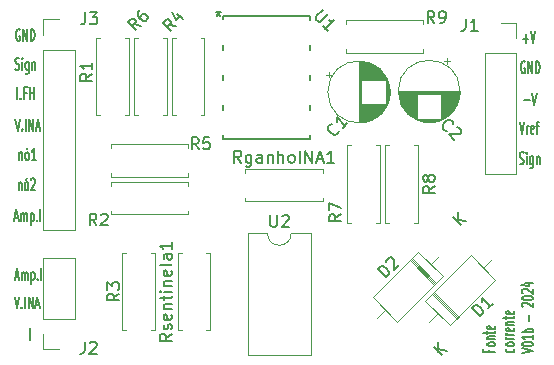
<source format=gto>
G04 #@! TF.GenerationSoftware,KiCad,Pcbnew,7.0.10-7.0.10~ubuntu20.04.1*
G04 #@! TF.CreationDate,2024-06-13T14:44:35-03:00*
G04 #@! TF.ProjectId,Fonte_corrente_mono_V01b_compacto,466f6e74-655f-4636-9f72-72656e74655f,rev?*
G04 #@! TF.SameCoordinates,Original*
G04 #@! TF.FileFunction,Legend,Top*
G04 #@! TF.FilePolarity,Positive*
%FSLAX46Y46*%
G04 Gerber Fmt 4.6, Leading zero omitted, Abs format (unit mm)*
G04 Created by KiCad (PCBNEW 7.0.10-7.0.10~ubuntu20.04.1) date 2024-06-13 14:44:35*
%MOMM*%
%LPD*%
G01*
G04 APERTURE LIST*
G04 Aperture macros list*
%AMHorizOval*
0 Thick line with rounded ends*
0 $1 width*
0 $2 $3 position (X,Y) of the first rounded end (center of the circle)*
0 $4 $5 position (X,Y) of the second rounded end (center of the circle)*
0 Add line between two ends*
20,1,$1,$2,$3,$4,$5,0*
0 Add two circle primitives to create the rounded ends*
1,1,$1,$2,$3*
1,1,$1,$4,$5*%
%AMRotRect*
0 Rectangle, with rotation*
0 The origin of the aperture is its center*
0 $1 length*
0 $2 width*
0 $3 Rotation angle, in degrees counterclockwise*
0 Add horizontal line*
21,1,$1,$2,0,0,$3*%
G04 Aperture macros list end*
%ADD10C,0.150000*%
%ADD11C,0.120000*%
%ADD12C,0.152400*%
%ADD13C,1.600000*%
%ADD14O,1.600000X1.600000*%
%ADD15R,1.600000X1.600000*%
%ADD16R,1.700000X1.700000*%
%ADD17O,1.700000X1.700000*%
%ADD18RotRect,2.200000X2.200000X45.000000*%
%ADD19HorizOval,2.200000X0.000000X0.000000X0.000000X0.000000X0*%
%ADD20R,1.524000X1.524000*%
%ADD21C,1.524000*%
%ADD22RotRect,2.200000X2.200000X225.000000*%
%ADD23HorizOval,2.200000X0.000000X0.000000X0.000000X0.000000X0*%
G04 APERTURE END LIST*
D10*
X235676009Y-111308458D02*
X235676009Y-111508458D01*
X236199819Y-111508458D02*
X235199819Y-111508458D01*
X235199819Y-111508458D02*
X235199819Y-111222744D01*
X236199819Y-110908458D02*
X236152200Y-110965601D01*
X236152200Y-110965601D02*
X236104580Y-110994172D01*
X236104580Y-110994172D02*
X236009342Y-111022744D01*
X236009342Y-111022744D02*
X235723628Y-111022744D01*
X235723628Y-111022744D02*
X235628390Y-110994172D01*
X235628390Y-110994172D02*
X235580771Y-110965601D01*
X235580771Y-110965601D02*
X235533152Y-110908458D01*
X235533152Y-110908458D02*
X235533152Y-110822744D01*
X235533152Y-110822744D02*
X235580771Y-110765601D01*
X235580771Y-110765601D02*
X235628390Y-110737030D01*
X235628390Y-110737030D02*
X235723628Y-110708458D01*
X235723628Y-110708458D02*
X236009342Y-110708458D01*
X236009342Y-110708458D02*
X236104580Y-110737030D01*
X236104580Y-110737030D02*
X236152200Y-110765601D01*
X236152200Y-110765601D02*
X236199819Y-110822744D01*
X236199819Y-110822744D02*
X236199819Y-110908458D01*
X235533152Y-110451315D02*
X236199819Y-110451315D01*
X235628390Y-110451315D02*
X235580771Y-110422744D01*
X235580771Y-110422744D02*
X235533152Y-110365601D01*
X235533152Y-110365601D02*
X235533152Y-110279887D01*
X235533152Y-110279887D02*
X235580771Y-110222744D01*
X235580771Y-110222744D02*
X235676009Y-110194173D01*
X235676009Y-110194173D02*
X236199819Y-110194173D01*
X235533152Y-109994173D02*
X235533152Y-109765601D01*
X235199819Y-109908458D02*
X236056961Y-109908458D01*
X236056961Y-109908458D02*
X236152200Y-109879887D01*
X236152200Y-109879887D02*
X236199819Y-109822744D01*
X236199819Y-109822744D02*
X236199819Y-109765601D01*
X236152200Y-109337030D02*
X236199819Y-109394173D01*
X236199819Y-109394173D02*
X236199819Y-109508459D01*
X236199819Y-109508459D02*
X236152200Y-109565601D01*
X236152200Y-109565601D02*
X236056961Y-109594173D01*
X236056961Y-109594173D02*
X235676009Y-109594173D01*
X235676009Y-109594173D02*
X235580771Y-109565601D01*
X235580771Y-109565601D02*
X235533152Y-109508459D01*
X235533152Y-109508459D02*
X235533152Y-109394173D01*
X235533152Y-109394173D02*
X235580771Y-109337030D01*
X235580771Y-109337030D02*
X235676009Y-109308459D01*
X235676009Y-109308459D02*
X235771247Y-109308459D01*
X235771247Y-109308459D02*
X235866485Y-109594173D01*
X237762200Y-111251316D02*
X237809819Y-111308458D01*
X237809819Y-111308458D02*
X237809819Y-111422744D01*
X237809819Y-111422744D02*
X237762200Y-111479887D01*
X237762200Y-111479887D02*
X237714580Y-111508458D01*
X237714580Y-111508458D02*
X237619342Y-111537030D01*
X237619342Y-111537030D02*
X237333628Y-111537030D01*
X237333628Y-111537030D02*
X237238390Y-111508458D01*
X237238390Y-111508458D02*
X237190771Y-111479887D01*
X237190771Y-111479887D02*
X237143152Y-111422744D01*
X237143152Y-111422744D02*
X237143152Y-111308458D01*
X237143152Y-111308458D02*
X237190771Y-111251316D01*
X237809819Y-110908458D02*
X237762200Y-110965601D01*
X237762200Y-110965601D02*
X237714580Y-110994172D01*
X237714580Y-110994172D02*
X237619342Y-111022744D01*
X237619342Y-111022744D02*
X237333628Y-111022744D01*
X237333628Y-111022744D02*
X237238390Y-110994172D01*
X237238390Y-110994172D02*
X237190771Y-110965601D01*
X237190771Y-110965601D02*
X237143152Y-110908458D01*
X237143152Y-110908458D02*
X237143152Y-110822744D01*
X237143152Y-110822744D02*
X237190771Y-110765601D01*
X237190771Y-110765601D02*
X237238390Y-110737030D01*
X237238390Y-110737030D02*
X237333628Y-110708458D01*
X237333628Y-110708458D02*
X237619342Y-110708458D01*
X237619342Y-110708458D02*
X237714580Y-110737030D01*
X237714580Y-110737030D02*
X237762200Y-110765601D01*
X237762200Y-110765601D02*
X237809819Y-110822744D01*
X237809819Y-110822744D02*
X237809819Y-110908458D01*
X237809819Y-110451315D02*
X237143152Y-110451315D01*
X237333628Y-110451315D02*
X237238390Y-110422744D01*
X237238390Y-110422744D02*
X237190771Y-110394173D01*
X237190771Y-110394173D02*
X237143152Y-110337030D01*
X237143152Y-110337030D02*
X237143152Y-110279887D01*
X237809819Y-110079886D02*
X237143152Y-110079886D01*
X237333628Y-110079886D02*
X237238390Y-110051315D01*
X237238390Y-110051315D02*
X237190771Y-110022744D01*
X237190771Y-110022744D02*
X237143152Y-109965601D01*
X237143152Y-109965601D02*
X237143152Y-109908458D01*
X237762200Y-109479886D02*
X237809819Y-109537029D01*
X237809819Y-109537029D02*
X237809819Y-109651315D01*
X237809819Y-109651315D02*
X237762200Y-109708457D01*
X237762200Y-109708457D02*
X237666961Y-109737029D01*
X237666961Y-109737029D02*
X237286009Y-109737029D01*
X237286009Y-109737029D02*
X237190771Y-109708457D01*
X237190771Y-109708457D02*
X237143152Y-109651315D01*
X237143152Y-109651315D02*
X237143152Y-109537029D01*
X237143152Y-109537029D02*
X237190771Y-109479886D01*
X237190771Y-109479886D02*
X237286009Y-109451315D01*
X237286009Y-109451315D02*
X237381247Y-109451315D01*
X237381247Y-109451315D02*
X237476485Y-109737029D01*
X237143152Y-109194171D02*
X237809819Y-109194171D01*
X237238390Y-109194171D02*
X237190771Y-109165600D01*
X237190771Y-109165600D02*
X237143152Y-109108457D01*
X237143152Y-109108457D02*
X237143152Y-109022743D01*
X237143152Y-109022743D02*
X237190771Y-108965600D01*
X237190771Y-108965600D02*
X237286009Y-108937029D01*
X237286009Y-108937029D02*
X237809819Y-108937029D01*
X237143152Y-108737029D02*
X237143152Y-108508457D01*
X236809819Y-108651314D02*
X237666961Y-108651314D01*
X237666961Y-108651314D02*
X237762200Y-108622743D01*
X237762200Y-108622743D02*
X237809819Y-108565600D01*
X237809819Y-108565600D02*
X237809819Y-108508457D01*
X237762200Y-108079886D02*
X237809819Y-108137029D01*
X237809819Y-108137029D02*
X237809819Y-108251315D01*
X237809819Y-108251315D02*
X237762200Y-108308457D01*
X237762200Y-108308457D02*
X237666961Y-108337029D01*
X237666961Y-108337029D02*
X237286009Y-108337029D01*
X237286009Y-108337029D02*
X237190771Y-108308457D01*
X237190771Y-108308457D02*
X237143152Y-108251315D01*
X237143152Y-108251315D02*
X237143152Y-108137029D01*
X237143152Y-108137029D02*
X237190771Y-108079886D01*
X237190771Y-108079886D02*
X237286009Y-108051315D01*
X237286009Y-108051315D02*
X237381247Y-108051315D01*
X237381247Y-108051315D02*
X237476485Y-108337029D01*
X238419819Y-111594173D02*
X239419819Y-111394173D01*
X239419819Y-111394173D02*
X238419819Y-111194173D01*
X238419819Y-110879887D02*
X238419819Y-110822744D01*
X238419819Y-110822744D02*
X238467438Y-110765601D01*
X238467438Y-110765601D02*
X238515057Y-110737030D01*
X238515057Y-110737030D02*
X238610295Y-110708458D01*
X238610295Y-110708458D02*
X238800771Y-110679887D01*
X238800771Y-110679887D02*
X239038866Y-110679887D01*
X239038866Y-110679887D02*
X239229342Y-110708458D01*
X239229342Y-110708458D02*
X239324580Y-110737030D01*
X239324580Y-110737030D02*
X239372200Y-110765601D01*
X239372200Y-110765601D02*
X239419819Y-110822744D01*
X239419819Y-110822744D02*
X239419819Y-110879887D01*
X239419819Y-110879887D02*
X239372200Y-110937030D01*
X239372200Y-110937030D02*
X239324580Y-110965601D01*
X239324580Y-110965601D02*
X239229342Y-110994172D01*
X239229342Y-110994172D02*
X239038866Y-111022744D01*
X239038866Y-111022744D02*
X238800771Y-111022744D01*
X238800771Y-111022744D02*
X238610295Y-110994172D01*
X238610295Y-110994172D02*
X238515057Y-110965601D01*
X238515057Y-110965601D02*
X238467438Y-110937030D01*
X238467438Y-110937030D02*
X238419819Y-110879887D01*
X239419819Y-110108458D02*
X239419819Y-110451315D01*
X239419819Y-110279886D02*
X238419819Y-110279886D01*
X238419819Y-110279886D02*
X238562676Y-110337029D01*
X238562676Y-110337029D02*
X238657914Y-110394172D01*
X238657914Y-110394172D02*
X238705533Y-110451315D01*
X239419819Y-109851314D02*
X238419819Y-109851314D01*
X238800771Y-109851314D02*
X238753152Y-109794172D01*
X238753152Y-109794172D02*
X238753152Y-109679886D01*
X238753152Y-109679886D02*
X238800771Y-109622743D01*
X238800771Y-109622743D02*
X238848390Y-109594172D01*
X238848390Y-109594172D02*
X238943628Y-109565600D01*
X238943628Y-109565600D02*
X239229342Y-109565600D01*
X239229342Y-109565600D02*
X239324580Y-109594172D01*
X239324580Y-109594172D02*
X239372200Y-109622743D01*
X239372200Y-109622743D02*
X239419819Y-109679886D01*
X239419819Y-109679886D02*
X239419819Y-109794172D01*
X239419819Y-109794172D02*
X239372200Y-109851314D01*
X239038866Y-108851314D02*
X239038866Y-108394172D01*
X238515057Y-107679886D02*
X238467438Y-107651314D01*
X238467438Y-107651314D02*
X238419819Y-107594172D01*
X238419819Y-107594172D02*
X238419819Y-107451314D01*
X238419819Y-107451314D02*
X238467438Y-107394172D01*
X238467438Y-107394172D02*
X238515057Y-107365600D01*
X238515057Y-107365600D02*
X238610295Y-107337029D01*
X238610295Y-107337029D02*
X238705533Y-107337029D01*
X238705533Y-107337029D02*
X238848390Y-107365600D01*
X238848390Y-107365600D02*
X239419819Y-107708457D01*
X239419819Y-107708457D02*
X239419819Y-107337029D01*
X238419819Y-106965600D02*
X238419819Y-106908457D01*
X238419819Y-106908457D02*
X238467438Y-106851314D01*
X238467438Y-106851314D02*
X238515057Y-106822743D01*
X238515057Y-106822743D02*
X238610295Y-106794171D01*
X238610295Y-106794171D02*
X238800771Y-106765600D01*
X238800771Y-106765600D02*
X239038866Y-106765600D01*
X239038866Y-106765600D02*
X239229342Y-106794171D01*
X239229342Y-106794171D02*
X239324580Y-106822743D01*
X239324580Y-106822743D02*
X239372200Y-106851314D01*
X239372200Y-106851314D02*
X239419819Y-106908457D01*
X239419819Y-106908457D02*
X239419819Y-106965600D01*
X239419819Y-106965600D02*
X239372200Y-107022743D01*
X239372200Y-107022743D02*
X239324580Y-107051314D01*
X239324580Y-107051314D02*
X239229342Y-107079885D01*
X239229342Y-107079885D02*
X239038866Y-107108457D01*
X239038866Y-107108457D02*
X238800771Y-107108457D01*
X238800771Y-107108457D02*
X238610295Y-107079885D01*
X238610295Y-107079885D02*
X238515057Y-107051314D01*
X238515057Y-107051314D02*
X238467438Y-107022743D01*
X238467438Y-107022743D02*
X238419819Y-106965600D01*
X238515057Y-106537028D02*
X238467438Y-106508456D01*
X238467438Y-106508456D02*
X238419819Y-106451314D01*
X238419819Y-106451314D02*
X238419819Y-106308456D01*
X238419819Y-106308456D02*
X238467438Y-106251314D01*
X238467438Y-106251314D02*
X238515057Y-106222742D01*
X238515057Y-106222742D02*
X238610295Y-106194171D01*
X238610295Y-106194171D02*
X238705533Y-106194171D01*
X238705533Y-106194171D02*
X238848390Y-106222742D01*
X238848390Y-106222742D02*
X239419819Y-106565599D01*
X239419819Y-106565599D02*
X239419819Y-106194171D01*
X238753152Y-105679885D02*
X239419819Y-105679885D01*
X238372200Y-105822742D02*
X239086485Y-105965599D01*
X239086485Y-105965599D02*
X239086485Y-105594170D01*
X238705826Y-86967438D02*
X238648684Y-86919819D01*
X238648684Y-86919819D02*
X238562969Y-86919819D01*
X238562969Y-86919819D02*
X238477255Y-86967438D01*
X238477255Y-86967438D02*
X238420112Y-87062676D01*
X238420112Y-87062676D02*
X238391541Y-87157914D01*
X238391541Y-87157914D02*
X238362969Y-87348390D01*
X238362969Y-87348390D02*
X238362969Y-87491247D01*
X238362969Y-87491247D02*
X238391541Y-87681723D01*
X238391541Y-87681723D02*
X238420112Y-87776961D01*
X238420112Y-87776961D02*
X238477255Y-87872200D01*
X238477255Y-87872200D02*
X238562969Y-87919819D01*
X238562969Y-87919819D02*
X238620112Y-87919819D01*
X238620112Y-87919819D02*
X238705826Y-87872200D01*
X238705826Y-87872200D02*
X238734398Y-87824580D01*
X238734398Y-87824580D02*
X238734398Y-87491247D01*
X238734398Y-87491247D02*
X238620112Y-87491247D01*
X238991541Y-87919819D02*
X238991541Y-86919819D01*
X238991541Y-86919819D02*
X239334398Y-87919819D01*
X239334398Y-87919819D02*
X239334398Y-86919819D01*
X239620112Y-87919819D02*
X239620112Y-86919819D01*
X239620112Y-86919819D02*
X239762969Y-86919819D01*
X239762969Y-86919819D02*
X239848683Y-86967438D01*
X239848683Y-86967438D02*
X239905826Y-87062676D01*
X239905826Y-87062676D02*
X239934397Y-87157914D01*
X239934397Y-87157914D02*
X239962969Y-87348390D01*
X239962969Y-87348390D02*
X239962969Y-87491247D01*
X239962969Y-87491247D02*
X239934397Y-87681723D01*
X239934397Y-87681723D02*
X239905826Y-87776961D01*
X239905826Y-87776961D02*
X239848683Y-87872200D01*
X239848683Y-87872200D02*
X239762969Y-87919819D01*
X239762969Y-87919819D02*
X239620112Y-87919819D01*
X195955826Y-84217438D02*
X195898684Y-84169819D01*
X195898684Y-84169819D02*
X195812969Y-84169819D01*
X195812969Y-84169819D02*
X195727255Y-84217438D01*
X195727255Y-84217438D02*
X195670112Y-84312676D01*
X195670112Y-84312676D02*
X195641541Y-84407914D01*
X195641541Y-84407914D02*
X195612969Y-84598390D01*
X195612969Y-84598390D02*
X195612969Y-84741247D01*
X195612969Y-84741247D02*
X195641541Y-84931723D01*
X195641541Y-84931723D02*
X195670112Y-85026961D01*
X195670112Y-85026961D02*
X195727255Y-85122200D01*
X195727255Y-85122200D02*
X195812969Y-85169819D01*
X195812969Y-85169819D02*
X195870112Y-85169819D01*
X195870112Y-85169819D02*
X195955826Y-85122200D01*
X195955826Y-85122200D02*
X195984398Y-85074580D01*
X195984398Y-85074580D02*
X195984398Y-84741247D01*
X195984398Y-84741247D02*
X195870112Y-84741247D01*
X196241541Y-85169819D02*
X196241541Y-84169819D01*
X196241541Y-84169819D02*
X196584398Y-85169819D01*
X196584398Y-85169819D02*
X196584398Y-84169819D01*
X196870112Y-85169819D02*
X196870112Y-84169819D01*
X196870112Y-84169819D02*
X197012969Y-84169819D01*
X197012969Y-84169819D02*
X197098683Y-84217438D01*
X197098683Y-84217438D02*
X197155826Y-84312676D01*
X197155826Y-84312676D02*
X197184397Y-84407914D01*
X197184397Y-84407914D02*
X197212969Y-84598390D01*
X197212969Y-84598390D02*
X197212969Y-84741247D01*
X197212969Y-84741247D02*
X197184397Y-84931723D01*
X197184397Y-84931723D02*
X197155826Y-85026961D01*
X197155826Y-85026961D02*
X197098683Y-85122200D01*
X197098683Y-85122200D02*
X197012969Y-85169819D01*
X197012969Y-85169819D02*
X196870112Y-85169819D01*
X195505826Y-106819819D02*
X195705826Y-107819819D01*
X195705826Y-107819819D02*
X195905826Y-106819819D01*
X196105827Y-107724580D02*
X196134398Y-107772200D01*
X196134398Y-107772200D02*
X196105827Y-107819819D01*
X196105827Y-107819819D02*
X196077255Y-107772200D01*
X196077255Y-107772200D02*
X196105827Y-107724580D01*
X196105827Y-107724580D02*
X196105827Y-107819819D01*
X196391541Y-107819819D02*
X196391541Y-106819819D01*
X196677255Y-107819819D02*
X196677255Y-106819819D01*
X196677255Y-106819819D02*
X197020112Y-107819819D01*
X197020112Y-107819819D02*
X197020112Y-106819819D01*
X197277254Y-107534104D02*
X197562969Y-107534104D01*
X197220111Y-107819819D02*
X197420111Y-106819819D01*
X197420111Y-106819819D02*
X197620111Y-107819819D01*
X195562969Y-105134104D02*
X195848684Y-105134104D01*
X195505826Y-105419819D02*
X195705826Y-104419819D01*
X195705826Y-104419819D02*
X195905826Y-105419819D01*
X196105827Y-105419819D02*
X196105827Y-104753152D01*
X196105827Y-104848390D02*
X196134398Y-104800771D01*
X196134398Y-104800771D02*
X196191541Y-104753152D01*
X196191541Y-104753152D02*
X196277255Y-104753152D01*
X196277255Y-104753152D02*
X196334398Y-104800771D01*
X196334398Y-104800771D02*
X196362970Y-104896009D01*
X196362970Y-104896009D02*
X196362970Y-105419819D01*
X196362970Y-104896009D02*
X196391541Y-104800771D01*
X196391541Y-104800771D02*
X196448684Y-104753152D01*
X196448684Y-104753152D02*
X196534398Y-104753152D01*
X196534398Y-104753152D02*
X196591541Y-104800771D01*
X196591541Y-104800771D02*
X196620112Y-104896009D01*
X196620112Y-104896009D02*
X196620112Y-105419819D01*
X196905827Y-104753152D02*
X196905827Y-105753152D01*
X196905827Y-104800771D02*
X196962970Y-104753152D01*
X196962970Y-104753152D02*
X197077255Y-104753152D01*
X197077255Y-104753152D02*
X197134398Y-104800771D01*
X197134398Y-104800771D02*
X197162970Y-104848390D01*
X197162970Y-104848390D02*
X197191541Y-104943628D01*
X197191541Y-104943628D02*
X197191541Y-105229342D01*
X197191541Y-105229342D02*
X197162970Y-105324580D01*
X197162970Y-105324580D02*
X197134398Y-105372200D01*
X197134398Y-105372200D02*
X197077255Y-105419819D01*
X197077255Y-105419819D02*
X196962970Y-105419819D01*
X196962970Y-105419819D02*
X196905827Y-105372200D01*
X197448684Y-105324580D02*
X197477255Y-105372200D01*
X197477255Y-105372200D02*
X197448684Y-105419819D01*
X197448684Y-105419819D02*
X197420112Y-105372200D01*
X197420112Y-105372200D02*
X197448684Y-105324580D01*
X197448684Y-105324580D02*
X197448684Y-105419819D01*
X197734398Y-105419819D02*
X197734398Y-104419819D01*
X195562969Y-87572200D02*
X195648684Y-87619819D01*
X195648684Y-87619819D02*
X195791541Y-87619819D01*
X195791541Y-87619819D02*
X195848684Y-87572200D01*
X195848684Y-87572200D02*
X195877255Y-87524580D01*
X195877255Y-87524580D02*
X195905826Y-87429342D01*
X195905826Y-87429342D02*
X195905826Y-87334104D01*
X195905826Y-87334104D02*
X195877255Y-87238866D01*
X195877255Y-87238866D02*
X195848684Y-87191247D01*
X195848684Y-87191247D02*
X195791541Y-87143628D01*
X195791541Y-87143628D02*
X195677255Y-87096009D01*
X195677255Y-87096009D02*
X195620112Y-87048390D01*
X195620112Y-87048390D02*
X195591541Y-87000771D01*
X195591541Y-87000771D02*
X195562969Y-86905533D01*
X195562969Y-86905533D02*
X195562969Y-86810295D01*
X195562969Y-86810295D02*
X195591541Y-86715057D01*
X195591541Y-86715057D02*
X195620112Y-86667438D01*
X195620112Y-86667438D02*
X195677255Y-86619819D01*
X195677255Y-86619819D02*
X195820112Y-86619819D01*
X195820112Y-86619819D02*
X195905826Y-86667438D01*
X196162970Y-87619819D02*
X196162970Y-86953152D01*
X196162970Y-86619819D02*
X196134398Y-86667438D01*
X196134398Y-86667438D02*
X196162970Y-86715057D01*
X196162970Y-86715057D02*
X196191541Y-86667438D01*
X196191541Y-86667438D02*
X196162970Y-86619819D01*
X196162970Y-86619819D02*
X196162970Y-86715057D01*
X196705827Y-86953152D02*
X196705827Y-87762676D01*
X196705827Y-87762676D02*
X196677255Y-87857914D01*
X196677255Y-87857914D02*
X196648684Y-87905533D01*
X196648684Y-87905533D02*
X196591541Y-87953152D01*
X196591541Y-87953152D02*
X196505827Y-87953152D01*
X196505827Y-87953152D02*
X196448684Y-87905533D01*
X196705827Y-87572200D02*
X196648684Y-87619819D01*
X196648684Y-87619819D02*
X196534398Y-87619819D01*
X196534398Y-87619819D02*
X196477255Y-87572200D01*
X196477255Y-87572200D02*
X196448684Y-87524580D01*
X196448684Y-87524580D02*
X196420112Y-87429342D01*
X196420112Y-87429342D02*
X196420112Y-87143628D01*
X196420112Y-87143628D02*
X196448684Y-87048390D01*
X196448684Y-87048390D02*
X196477255Y-87000771D01*
X196477255Y-87000771D02*
X196534398Y-86953152D01*
X196534398Y-86953152D02*
X196648684Y-86953152D01*
X196648684Y-86953152D02*
X196705827Y-87000771D01*
X196991541Y-86953152D02*
X196991541Y-87619819D01*
X196991541Y-87048390D02*
X197020112Y-87000771D01*
X197020112Y-87000771D02*
X197077255Y-86953152D01*
X197077255Y-86953152D02*
X197162969Y-86953152D01*
X197162969Y-86953152D02*
X197220112Y-87000771D01*
X197220112Y-87000771D02*
X197248684Y-87096009D01*
X197248684Y-87096009D02*
X197248684Y-87619819D01*
X195555826Y-91769819D02*
X195755826Y-92769819D01*
X195755826Y-92769819D02*
X195955826Y-91769819D01*
X196155827Y-92674580D02*
X196184398Y-92722200D01*
X196184398Y-92722200D02*
X196155827Y-92769819D01*
X196155827Y-92769819D02*
X196127255Y-92722200D01*
X196127255Y-92722200D02*
X196155827Y-92674580D01*
X196155827Y-92674580D02*
X196155827Y-92769819D01*
X196441541Y-92769819D02*
X196441541Y-91769819D01*
X196727255Y-92769819D02*
X196727255Y-91769819D01*
X196727255Y-91769819D02*
X197070112Y-92769819D01*
X197070112Y-92769819D02*
X197070112Y-91769819D01*
X197327254Y-92484104D02*
X197612969Y-92484104D01*
X197270111Y-92769819D02*
X197470111Y-91769819D01*
X197470111Y-91769819D02*
X197670111Y-92769819D01*
X196841541Y-110469819D02*
X196841541Y-109469819D01*
X238255826Y-92019819D02*
X238455826Y-93019819D01*
X238455826Y-93019819D02*
X238655826Y-92019819D01*
X238855827Y-93019819D02*
X238855827Y-92353152D01*
X238855827Y-92543628D02*
X238884398Y-92448390D01*
X238884398Y-92448390D02*
X238912970Y-92400771D01*
X238912970Y-92400771D02*
X238970112Y-92353152D01*
X238970112Y-92353152D02*
X239027255Y-92353152D01*
X239455827Y-92972200D02*
X239398684Y-93019819D01*
X239398684Y-93019819D02*
X239284399Y-93019819D01*
X239284399Y-93019819D02*
X239227256Y-92972200D01*
X239227256Y-92972200D02*
X239198684Y-92876961D01*
X239198684Y-92876961D02*
X239198684Y-92496009D01*
X239198684Y-92496009D02*
X239227256Y-92400771D01*
X239227256Y-92400771D02*
X239284399Y-92353152D01*
X239284399Y-92353152D02*
X239398684Y-92353152D01*
X239398684Y-92353152D02*
X239455827Y-92400771D01*
X239455827Y-92400771D02*
X239484399Y-92496009D01*
X239484399Y-92496009D02*
X239484399Y-92591247D01*
X239484399Y-92591247D02*
X239198684Y-92686485D01*
X239655827Y-92353152D02*
X239884399Y-92353152D01*
X239741542Y-93019819D02*
X239741542Y-92162676D01*
X239741542Y-92162676D02*
X239770113Y-92067438D01*
X239770113Y-92067438D02*
X239827256Y-92019819D01*
X239827256Y-92019819D02*
X239884399Y-92019819D01*
X238641541Y-90188866D02*
X239098684Y-90188866D01*
X239298683Y-89569819D02*
X239498683Y-90569819D01*
X239498683Y-90569819D02*
X239698683Y-89569819D01*
X195891541Y-94603152D02*
X195891541Y-95269819D01*
X195891541Y-94698390D02*
X195920112Y-94650771D01*
X195920112Y-94650771D02*
X195977255Y-94603152D01*
X195977255Y-94603152D02*
X196062969Y-94603152D01*
X196062969Y-94603152D02*
X196120112Y-94650771D01*
X196120112Y-94650771D02*
X196148684Y-94746009D01*
X196148684Y-94746009D02*
X196148684Y-95269819D01*
X196520112Y-95269819D02*
X196462969Y-95222200D01*
X196462969Y-95222200D02*
X196434398Y-95174580D01*
X196434398Y-95174580D02*
X196405826Y-95079342D01*
X196405826Y-95079342D02*
X196405826Y-94793628D01*
X196405826Y-94793628D02*
X196434398Y-94698390D01*
X196434398Y-94698390D02*
X196462969Y-94650771D01*
X196462969Y-94650771D02*
X196520112Y-94603152D01*
X196520112Y-94603152D02*
X196605826Y-94603152D01*
X196605826Y-94603152D02*
X196662969Y-94650771D01*
X196662969Y-94650771D02*
X196691541Y-94698390D01*
X196691541Y-94698390D02*
X196720112Y-94793628D01*
X196720112Y-94793628D02*
X196720112Y-95079342D01*
X196720112Y-95079342D02*
X196691541Y-95174580D01*
X196691541Y-95174580D02*
X196662969Y-95222200D01*
X196662969Y-95222200D02*
X196605826Y-95269819D01*
X196605826Y-95269819D02*
X196520112Y-95269819D01*
X196634398Y-94222200D02*
X196548683Y-94365057D01*
X197291540Y-95269819D02*
X196948683Y-95269819D01*
X197120112Y-95269819D02*
X197120112Y-94269819D01*
X197120112Y-94269819D02*
X197062969Y-94412676D01*
X197062969Y-94412676D02*
X197005826Y-94507914D01*
X197005826Y-94507914D02*
X196948683Y-94555533D01*
X195841541Y-97153152D02*
X195841541Y-97819819D01*
X195841541Y-97248390D02*
X195870112Y-97200771D01*
X195870112Y-97200771D02*
X195927255Y-97153152D01*
X195927255Y-97153152D02*
X196012969Y-97153152D01*
X196012969Y-97153152D02*
X196070112Y-97200771D01*
X196070112Y-97200771D02*
X196098684Y-97296009D01*
X196098684Y-97296009D02*
X196098684Y-97819819D01*
X196470112Y-97819819D02*
X196412969Y-97772200D01*
X196412969Y-97772200D02*
X196384398Y-97724580D01*
X196384398Y-97724580D02*
X196355826Y-97629342D01*
X196355826Y-97629342D02*
X196355826Y-97343628D01*
X196355826Y-97343628D02*
X196384398Y-97248390D01*
X196384398Y-97248390D02*
X196412969Y-97200771D01*
X196412969Y-97200771D02*
X196470112Y-97153152D01*
X196470112Y-97153152D02*
X196555826Y-97153152D01*
X196555826Y-97153152D02*
X196612969Y-97200771D01*
X196612969Y-97200771D02*
X196641541Y-97248390D01*
X196641541Y-97248390D02*
X196670112Y-97343628D01*
X196670112Y-97343628D02*
X196670112Y-97629342D01*
X196670112Y-97629342D02*
X196641541Y-97724580D01*
X196641541Y-97724580D02*
X196612969Y-97772200D01*
X196612969Y-97772200D02*
X196555826Y-97819819D01*
X196555826Y-97819819D02*
X196470112Y-97819819D01*
X196584398Y-96772200D02*
X196498683Y-96915057D01*
X196898683Y-96915057D02*
X196927255Y-96867438D01*
X196927255Y-96867438D02*
X196984398Y-96819819D01*
X196984398Y-96819819D02*
X197127255Y-96819819D01*
X197127255Y-96819819D02*
X197184398Y-96867438D01*
X197184398Y-96867438D02*
X197212969Y-96915057D01*
X197212969Y-96915057D02*
X197241540Y-97010295D01*
X197241540Y-97010295D02*
X197241540Y-97105533D01*
X197241540Y-97105533D02*
X197212969Y-97248390D01*
X197212969Y-97248390D02*
X196870112Y-97819819D01*
X196870112Y-97819819D02*
X197241540Y-97819819D01*
X195741541Y-90119819D02*
X195741541Y-89119819D01*
X196027255Y-90024580D02*
X196055826Y-90072200D01*
X196055826Y-90072200D02*
X196027255Y-90119819D01*
X196027255Y-90119819D02*
X195998683Y-90072200D01*
X195998683Y-90072200D02*
X196027255Y-90024580D01*
X196027255Y-90024580D02*
X196027255Y-90119819D01*
X196512969Y-89596009D02*
X196312969Y-89596009D01*
X196312969Y-90119819D02*
X196312969Y-89119819D01*
X196312969Y-89119819D02*
X196598683Y-89119819D01*
X196827255Y-90119819D02*
X196827255Y-89119819D01*
X196827255Y-89596009D02*
X197170112Y-89596009D01*
X197170112Y-90119819D02*
X197170112Y-89119819D01*
X238262969Y-95572200D02*
X238348684Y-95619819D01*
X238348684Y-95619819D02*
X238491541Y-95619819D01*
X238491541Y-95619819D02*
X238548684Y-95572200D01*
X238548684Y-95572200D02*
X238577255Y-95524580D01*
X238577255Y-95524580D02*
X238605826Y-95429342D01*
X238605826Y-95429342D02*
X238605826Y-95334104D01*
X238605826Y-95334104D02*
X238577255Y-95238866D01*
X238577255Y-95238866D02*
X238548684Y-95191247D01*
X238548684Y-95191247D02*
X238491541Y-95143628D01*
X238491541Y-95143628D02*
X238377255Y-95096009D01*
X238377255Y-95096009D02*
X238320112Y-95048390D01*
X238320112Y-95048390D02*
X238291541Y-95000771D01*
X238291541Y-95000771D02*
X238262969Y-94905533D01*
X238262969Y-94905533D02*
X238262969Y-94810295D01*
X238262969Y-94810295D02*
X238291541Y-94715057D01*
X238291541Y-94715057D02*
X238320112Y-94667438D01*
X238320112Y-94667438D02*
X238377255Y-94619819D01*
X238377255Y-94619819D02*
X238520112Y-94619819D01*
X238520112Y-94619819D02*
X238605826Y-94667438D01*
X238862970Y-95619819D02*
X238862970Y-94953152D01*
X238862970Y-94619819D02*
X238834398Y-94667438D01*
X238834398Y-94667438D02*
X238862970Y-94715057D01*
X238862970Y-94715057D02*
X238891541Y-94667438D01*
X238891541Y-94667438D02*
X238862970Y-94619819D01*
X238862970Y-94619819D02*
X238862970Y-94715057D01*
X239405827Y-94953152D02*
X239405827Y-95762676D01*
X239405827Y-95762676D02*
X239377255Y-95857914D01*
X239377255Y-95857914D02*
X239348684Y-95905533D01*
X239348684Y-95905533D02*
X239291541Y-95953152D01*
X239291541Y-95953152D02*
X239205827Y-95953152D01*
X239205827Y-95953152D02*
X239148684Y-95905533D01*
X239405827Y-95572200D02*
X239348684Y-95619819D01*
X239348684Y-95619819D02*
X239234398Y-95619819D01*
X239234398Y-95619819D02*
X239177255Y-95572200D01*
X239177255Y-95572200D02*
X239148684Y-95524580D01*
X239148684Y-95524580D02*
X239120112Y-95429342D01*
X239120112Y-95429342D02*
X239120112Y-95143628D01*
X239120112Y-95143628D02*
X239148684Y-95048390D01*
X239148684Y-95048390D02*
X239177255Y-95000771D01*
X239177255Y-95000771D02*
X239234398Y-94953152D01*
X239234398Y-94953152D02*
X239348684Y-94953152D01*
X239348684Y-94953152D02*
X239405827Y-95000771D01*
X239691541Y-94953152D02*
X239691541Y-95619819D01*
X239691541Y-95048390D02*
X239720112Y-95000771D01*
X239720112Y-95000771D02*
X239777255Y-94953152D01*
X239777255Y-94953152D02*
X239862969Y-94953152D01*
X239862969Y-94953152D02*
X239920112Y-95000771D01*
X239920112Y-95000771D02*
X239948684Y-95096009D01*
X239948684Y-95096009D02*
X239948684Y-95619819D01*
X238541541Y-84988866D02*
X238998684Y-84988866D01*
X238770112Y-85369819D02*
X238770112Y-84607914D01*
X239198683Y-84369819D02*
X239398683Y-85369819D01*
X239398683Y-85369819D02*
X239598683Y-84369819D01*
X195512969Y-100134104D02*
X195798684Y-100134104D01*
X195455826Y-100419819D02*
X195655826Y-99419819D01*
X195655826Y-99419819D02*
X195855826Y-100419819D01*
X196055827Y-100419819D02*
X196055827Y-99753152D01*
X196055827Y-99848390D02*
X196084398Y-99800771D01*
X196084398Y-99800771D02*
X196141541Y-99753152D01*
X196141541Y-99753152D02*
X196227255Y-99753152D01*
X196227255Y-99753152D02*
X196284398Y-99800771D01*
X196284398Y-99800771D02*
X196312970Y-99896009D01*
X196312970Y-99896009D02*
X196312970Y-100419819D01*
X196312970Y-99896009D02*
X196341541Y-99800771D01*
X196341541Y-99800771D02*
X196398684Y-99753152D01*
X196398684Y-99753152D02*
X196484398Y-99753152D01*
X196484398Y-99753152D02*
X196541541Y-99800771D01*
X196541541Y-99800771D02*
X196570112Y-99896009D01*
X196570112Y-99896009D02*
X196570112Y-100419819D01*
X196855827Y-99753152D02*
X196855827Y-100753152D01*
X196855827Y-99800771D02*
X196912970Y-99753152D01*
X196912970Y-99753152D02*
X197027255Y-99753152D01*
X197027255Y-99753152D02*
X197084398Y-99800771D01*
X197084398Y-99800771D02*
X197112970Y-99848390D01*
X197112970Y-99848390D02*
X197141541Y-99943628D01*
X197141541Y-99943628D02*
X197141541Y-100229342D01*
X197141541Y-100229342D02*
X197112970Y-100324580D01*
X197112970Y-100324580D02*
X197084398Y-100372200D01*
X197084398Y-100372200D02*
X197027255Y-100419819D01*
X197027255Y-100419819D02*
X196912970Y-100419819D01*
X196912970Y-100419819D02*
X196855827Y-100372200D01*
X197398684Y-100324580D02*
X197427255Y-100372200D01*
X197427255Y-100372200D02*
X197398684Y-100419819D01*
X197398684Y-100419819D02*
X197370112Y-100372200D01*
X197370112Y-100372200D02*
X197398684Y-100324580D01*
X197398684Y-100324580D02*
X197398684Y-100419819D01*
X197684398Y-100419819D02*
X197684398Y-99419819D01*
X231074819Y-97466666D02*
X230598628Y-97799999D01*
X231074819Y-98038094D02*
X230074819Y-98038094D01*
X230074819Y-98038094D02*
X230074819Y-97657142D01*
X230074819Y-97657142D02*
X230122438Y-97561904D01*
X230122438Y-97561904D02*
X230170057Y-97514285D01*
X230170057Y-97514285D02*
X230265295Y-97466666D01*
X230265295Y-97466666D02*
X230408152Y-97466666D01*
X230408152Y-97466666D02*
X230503390Y-97514285D01*
X230503390Y-97514285D02*
X230551009Y-97561904D01*
X230551009Y-97561904D02*
X230598628Y-97657142D01*
X230598628Y-97657142D02*
X230598628Y-98038094D01*
X230503390Y-96895237D02*
X230455771Y-96990475D01*
X230455771Y-96990475D02*
X230408152Y-97038094D01*
X230408152Y-97038094D02*
X230312914Y-97085713D01*
X230312914Y-97085713D02*
X230265295Y-97085713D01*
X230265295Y-97085713D02*
X230170057Y-97038094D01*
X230170057Y-97038094D02*
X230122438Y-96990475D01*
X230122438Y-96990475D02*
X230074819Y-96895237D01*
X230074819Y-96895237D02*
X230074819Y-96704761D01*
X230074819Y-96704761D02*
X230122438Y-96609523D01*
X230122438Y-96609523D02*
X230170057Y-96561904D01*
X230170057Y-96561904D02*
X230265295Y-96514285D01*
X230265295Y-96514285D02*
X230312914Y-96514285D01*
X230312914Y-96514285D02*
X230408152Y-96561904D01*
X230408152Y-96561904D02*
X230455771Y-96609523D01*
X230455771Y-96609523D02*
X230503390Y-96704761D01*
X230503390Y-96704761D02*
X230503390Y-96895237D01*
X230503390Y-96895237D02*
X230551009Y-96990475D01*
X230551009Y-96990475D02*
X230598628Y-97038094D01*
X230598628Y-97038094D02*
X230693866Y-97085713D01*
X230693866Y-97085713D02*
X230884342Y-97085713D01*
X230884342Y-97085713D02*
X230979580Y-97038094D01*
X230979580Y-97038094D02*
X231027200Y-96990475D01*
X231027200Y-96990475D02*
X231074819Y-96895237D01*
X231074819Y-96895237D02*
X231074819Y-96704761D01*
X231074819Y-96704761D02*
X231027200Y-96609523D01*
X231027200Y-96609523D02*
X230979580Y-96561904D01*
X230979580Y-96561904D02*
X230884342Y-96514285D01*
X230884342Y-96514285D02*
X230693866Y-96514285D01*
X230693866Y-96514285D02*
X230598628Y-96561904D01*
X230598628Y-96561904D02*
X230551009Y-96609523D01*
X230551009Y-96609523D02*
X230503390Y-96704761D01*
X222936423Y-92772112D02*
X222936423Y-92839456D01*
X222936423Y-92839456D02*
X222869079Y-92974143D01*
X222869079Y-92974143D02*
X222801736Y-93041486D01*
X222801736Y-93041486D02*
X222667049Y-93108830D01*
X222667049Y-93108830D02*
X222532362Y-93108830D01*
X222532362Y-93108830D02*
X222431347Y-93075158D01*
X222431347Y-93075158D02*
X222262988Y-92974143D01*
X222262988Y-92974143D02*
X222161973Y-92873128D01*
X222161973Y-92873128D02*
X222060957Y-92704769D01*
X222060957Y-92704769D02*
X222027286Y-92603754D01*
X222027286Y-92603754D02*
X222027286Y-92469067D01*
X222027286Y-92469067D02*
X222094629Y-92334380D01*
X222094629Y-92334380D02*
X222161973Y-92267036D01*
X222161973Y-92267036D02*
X222296660Y-92199693D01*
X222296660Y-92199693D02*
X222364003Y-92199693D01*
X223677201Y-92166021D02*
X223273140Y-92570082D01*
X223475171Y-92368051D02*
X222768064Y-91660945D01*
X222768064Y-91660945D02*
X222801736Y-91829303D01*
X222801736Y-91829303D02*
X222801736Y-91963990D01*
X222801736Y-91963990D02*
X222768064Y-92065006D01*
X201441666Y-110654819D02*
X201441666Y-111369104D01*
X201441666Y-111369104D02*
X201394047Y-111511961D01*
X201394047Y-111511961D02*
X201298809Y-111607200D01*
X201298809Y-111607200D02*
X201155952Y-111654819D01*
X201155952Y-111654819D02*
X201060714Y-111654819D01*
X201870238Y-110750057D02*
X201917857Y-110702438D01*
X201917857Y-110702438D02*
X202013095Y-110654819D01*
X202013095Y-110654819D02*
X202251190Y-110654819D01*
X202251190Y-110654819D02*
X202346428Y-110702438D01*
X202346428Y-110702438D02*
X202394047Y-110750057D01*
X202394047Y-110750057D02*
X202441666Y-110845295D01*
X202441666Y-110845295D02*
X202441666Y-110940533D01*
X202441666Y-110940533D02*
X202394047Y-111083390D01*
X202394047Y-111083390D02*
X201822619Y-111654819D01*
X201822619Y-111654819D02*
X202441666Y-111654819D01*
X214680952Y-95484819D02*
X214347619Y-95008628D01*
X214109524Y-95484819D02*
X214109524Y-94484819D01*
X214109524Y-94484819D02*
X214490476Y-94484819D01*
X214490476Y-94484819D02*
X214585714Y-94532438D01*
X214585714Y-94532438D02*
X214633333Y-94580057D01*
X214633333Y-94580057D02*
X214680952Y-94675295D01*
X214680952Y-94675295D02*
X214680952Y-94818152D01*
X214680952Y-94818152D02*
X214633333Y-94913390D01*
X214633333Y-94913390D02*
X214585714Y-94961009D01*
X214585714Y-94961009D02*
X214490476Y-95008628D01*
X214490476Y-95008628D02*
X214109524Y-95008628D01*
X215538095Y-94818152D02*
X215538095Y-95627676D01*
X215538095Y-95627676D02*
X215490476Y-95722914D01*
X215490476Y-95722914D02*
X215442857Y-95770533D01*
X215442857Y-95770533D02*
X215347619Y-95818152D01*
X215347619Y-95818152D02*
X215204762Y-95818152D01*
X215204762Y-95818152D02*
X215109524Y-95770533D01*
X215538095Y-95437200D02*
X215442857Y-95484819D01*
X215442857Y-95484819D02*
X215252381Y-95484819D01*
X215252381Y-95484819D02*
X215157143Y-95437200D01*
X215157143Y-95437200D02*
X215109524Y-95389580D01*
X215109524Y-95389580D02*
X215061905Y-95294342D01*
X215061905Y-95294342D02*
X215061905Y-95008628D01*
X215061905Y-95008628D02*
X215109524Y-94913390D01*
X215109524Y-94913390D02*
X215157143Y-94865771D01*
X215157143Y-94865771D02*
X215252381Y-94818152D01*
X215252381Y-94818152D02*
X215442857Y-94818152D01*
X215442857Y-94818152D02*
X215538095Y-94865771D01*
X216442857Y-95484819D02*
X216442857Y-94961009D01*
X216442857Y-94961009D02*
X216395238Y-94865771D01*
X216395238Y-94865771D02*
X216300000Y-94818152D01*
X216300000Y-94818152D02*
X216109524Y-94818152D01*
X216109524Y-94818152D02*
X216014286Y-94865771D01*
X216442857Y-95437200D02*
X216347619Y-95484819D01*
X216347619Y-95484819D02*
X216109524Y-95484819D01*
X216109524Y-95484819D02*
X216014286Y-95437200D01*
X216014286Y-95437200D02*
X215966667Y-95341961D01*
X215966667Y-95341961D02*
X215966667Y-95246723D01*
X215966667Y-95246723D02*
X216014286Y-95151485D01*
X216014286Y-95151485D02*
X216109524Y-95103866D01*
X216109524Y-95103866D02*
X216347619Y-95103866D01*
X216347619Y-95103866D02*
X216442857Y-95056247D01*
X216919048Y-94818152D02*
X216919048Y-95484819D01*
X216919048Y-94913390D02*
X216966667Y-94865771D01*
X216966667Y-94865771D02*
X217061905Y-94818152D01*
X217061905Y-94818152D02*
X217204762Y-94818152D01*
X217204762Y-94818152D02*
X217300000Y-94865771D01*
X217300000Y-94865771D02*
X217347619Y-94961009D01*
X217347619Y-94961009D02*
X217347619Y-95484819D01*
X217823810Y-95484819D02*
X217823810Y-94484819D01*
X218252381Y-95484819D02*
X218252381Y-94961009D01*
X218252381Y-94961009D02*
X218204762Y-94865771D01*
X218204762Y-94865771D02*
X218109524Y-94818152D01*
X218109524Y-94818152D02*
X217966667Y-94818152D01*
X217966667Y-94818152D02*
X217871429Y-94865771D01*
X217871429Y-94865771D02*
X217823810Y-94913390D01*
X218871429Y-95484819D02*
X218776191Y-95437200D01*
X218776191Y-95437200D02*
X218728572Y-95389580D01*
X218728572Y-95389580D02*
X218680953Y-95294342D01*
X218680953Y-95294342D02*
X218680953Y-95008628D01*
X218680953Y-95008628D02*
X218728572Y-94913390D01*
X218728572Y-94913390D02*
X218776191Y-94865771D01*
X218776191Y-94865771D02*
X218871429Y-94818152D01*
X218871429Y-94818152D02*
X219014286Y-94818152D01*
X219014286Y-94818152D02*
X219109524Y-94865771D01*
X219109524Y-94865771D02*
X219157143Y-94913390D01*
X219157143Y-94913390D02*
X219204762Y-95008628D01*
X219204762Y-95008628D02*
X219204762Y-95294342D01*
X219204762Y-95294342D02*
X219157143Y-95389580D01*
X219157143Y-95389580D02*
X219109524Y-95437200D01*
X219109524Y-95437200D02*
X219014286Y-95484819D01*
X219014286Y-95484819D02*
X218871429Y-95484819D01*
X219633334Y-95484819D02*
X219633334Y-94484819D01*
X220109524Y-95484819D02*
X220109524Y-94484819D01*
X220109524Y-94484819D02*
X220680952Y-95484819D01*
X220680952Y-95484819D02*
X220680952Y-94484819D01*
X221109524Y-95199104D02*
X221585714Y-95199104D01*
X221014286Y-95484819D02*
X221347619Y-94484819D01*
X221347619Y-94484819D02*
X221680952Y-95484819D01*
X222538095Y-95484819D02*
X221966667Y-95484819D01*
X222252381Y-95484819D02*
X222252381Y-94484819D01*
X222252381Y-94484819D02*
X222157143Y-94627676D01*
X222157143Y-94627676D02*
X222061905Y-94722914D01*
X222061905Y-94722914D02*
X221966667Y-94770533D01*
X202054819Y-87966666D02*
X201578628Y-88299999D01*
X202054819Y-88538094D02*
X201054819Y-88538094D01*
X201054819Y-88538094D02*
X201054819Y-88157142D01*
X201054819Y-88157142D02*
X201102438Y-88061904D01*
X201102438Y-88061904D02*
X201150057Y-88014285D01*
X201150057Y-88014285D02*
X201245295Y-87966666D01*
X201245295Y-87966666D02*
X201388152Y-87966666D01*
X201388152Y-87966666D02*
X201483390Y-88014285D01*
X201483390Y-88014285D02*
X201531009Y-88061904D01*
X201531009Y-88061904D02*
X201578628Y-88157142D01*
X201578628Y-88157142D02*
X201578628Y-88538094D01*
X202054819Y-87014285D02*
X202054819Y-87585713D01*
X202054819Y-87299999D02*
X201054819Y-87299999D01*
X201054819Y-87299999D02*
X201197676Y-87395237D01*
X201197676Y-87395237D02*
X201292914Y-87490475D01*
X201292914Y-87490475D02*
X201340533Y-87585713D01*
X209153754Y-83939456D02*
X208581335Y-83838441D01*
X208749693Y-84343517D02*
X208042587Y-83636410D01*
X208042587Y-83636410D02*
X208311961Y-83367036D01*
X208311961Y-83367036D02*
X208412976Y-83333364D01*
X208412976Y-83333364D02*
X208480319Y-83333364D01*
X208480319Y-83333364D02*
X208581335Y-83367036D01*
X208581335Y-83367036D02*
X208682350Y-83468051D01*
X208682350Y-83468051D02*
X208716022Y-83569067D01*
X208716022Y-83569067D02*
X208716022Y-83636410D01*
X208716022Y-83636410D02*
X208682350Y-83737425D01*
X208682350Y-83737425D02*
X208412976Y-84006799D01*
X209288441Y-82861960D02*
X209759846Y-83333364D01*
X208850709Y-82760945D02*
X209187426Y-83434380D01*
X209187426Y-83434380D02*
X209625159Y-82996647D01*
X234899695Y-108493514D02*
X234192589Y-107786407D01*
X234192589Y-107786407D02*
X234360947Y-107618048D01*
X234360947Y-107618048D02*
X234495634Y-107550705D01*
X234495634Y-107550705D02*
X234630321Y-107550705D01*
X234630321Y-107550705D02*
X234731337Y-107584377D01*
X234731337Y-107584377D02*
X234899695Y-107685392D01*
X234899695Y-107685392D02*
X235000711Y-107786407D01*
X235000711Y-107786407D02*
X235101726Y-107954766D01*
X235101726Y-107954766D02*
X235135398Y-108055781D01*
X235135398Y-108055781D02*
X235135398Y-108190468D01*
X235135398Y-108190468D02*
X235068054Y-108325155D01*
X235068054Y-108325155D02*
X234899695Y-108493514D01*
X235977191Y-107416018D02*
X235573130Y-107820079D01*
X235775161Y-107618048D02*
X235068054Y-106910942D01*
X235068054Y-106910942D02*
X235101726Y-107079300D01*
X235101726Y-107079300D02*
X235101726Y-107213987D01*
X235101726Y-107213987D02*
X235068054Y-107315003D01*
X231686412Y-111806797D02*
X230979306Y-111099690D01*
X232090474Y-111402736D02*
X231383367Y-111301720D01*
X231383367Y-110695629D02*
X231383367Y-111503751D01*
X211083333Y-94354819D02*
X210750000Y-93878628D01*
X210511905Y-94354819D02*
X210511905Y-93354819D01*
X210511905Y-93354819D02*
X210892857Y-93354819D01*
X210892857Y-93354819D02*
X210988095Y-93402438D01*
X210988095Y-93402438D02*
X211035714Y-93450057D01*
X211035714Y-93450057D02*
X211083333Y-93545295D01*
X211083333Y-93545295D02*
X211083333Y-93688152D01*
X211083333Y-93688152D02*
X211035714Y-93783390D01*
X211035714Y-93783390D02*
X210988095Y-93831009D01*
X210988095Y-93831009D02*
X210892857Y-93878628D01*
X210892857Y-93878628D02*
X210511905Y-93878628D01*
X211988095Y-93354819D02*
X211511905Y-93354819D01*
X211511905Y-93354819D02*
X211464286Y-93831009D01*
X211464286Y-93831009D02*
X211511905Y-93783390D01*
X211511905Y-93783390D02*
X211607143Y-93735771D01*
X211607143Y-93735771D02*
X211845238Y-93735771D01*
X211845238Y-93735771D02*
X211940476Y-93783390D01*
X211940476Y-93783390D02*
X211988095Y-93831009D01*
X211988095Y-93831009D02*
X212035714Y-93926247D01*
X212035714Y-93926247D02*
X212035714Y-94164342D01*
X212035714Y-94164342D02*
X211988095Y-94259580D01*
X211988095Y-94259580D02*
X211940476Y-94307200D01*
X211940476Y-94307200D02*
X211845238Y-94354819D01*
X211845238Y-94354819D02*
X211607143Y-94354819D01*
X211607143Y-94354819D02*
X211511905Y-94307200D01*
X211511905Y-94307200D02*
X211464286Y-94259580D01*
X208784819Y-109981429D02*
X208308628Y-110314762D01*
X208784819Y-110552857D02*
X207784819Y-110552857D01*
X207784819Y-110552857D02*
X207784819Y-110171905D01*
X207784819Y-110171905D02*
X207832438Y-110076667D01*
X207832438Y-110076667D02*
X207880057Y-110029048D01*
X207880057Y-110029048D02*
X207975295Y-109981429D01*
X207975295Y-109981429D02*
X208118152Y-109981429D01*
X208118152Y-109981429D02*
X208213390Y-110029048D01*
X208213390Y-110029048D02*
X208261009Y-110076667D01*
X208261009Y-110076667D02*
X208308628Y-110171905D01*
X208308628Y-110171905D02*
X208308628Y-110552857D01*
X208737200Y-109600476D02*
X208784819Y-109505238D01*
X208784819Y-109505238D02*
X208784819Y-109314762D01*
X208784819Y-109314762D02*
X208737200Y-109219524D01*
X208737200Y-109219524D02*
X208641961Y-109171905D01*
X208641961Y-109171905D02*
X208594342Y-109171905D01*
X208594342Y-109171905D02*
X208499104Y-109219524D01*
X208499104Y-109219524D02*
X208451485Y-109314762D01*
X208451485Y-109314762D02*
X208451485Y-109457619D01*
X208451485Y-109457619D02*
X208403866Y-109552857D01*
X208403866Y-109552857D02*
X208308628Y-109600476D01*
X208308628Y-109600476D02*
X208261009Y-109600476D01*
X208261009Y-109600476D02*
X208165771Y-109552857D01*
X208165771Y-109552857D02*
X208118152Y-109457619D01*
X208118152Y-109457619D02*
X208118152Y-109314762D01*
X208118152Y-109314762D02*
X208165771Y-109219524D01*
X208737200Y-108362381D02*
X208784819Y-108457619D01*
X208784819Y-108457619D02*
X208784819Y-108648095D01*
X208784819Y-108648095D02*
X208737200Y-108743333D01*
X208737200Y-108743333D02*
X208641961Y-108790952D01*
X208641961Y-108790952D02*
X208261009Y-108790952D01*
X208261009Y-108790952D02*
X208165771Y-108743333D01*
X208165771Y-108743333D02*
X208118152Y-108648095D01*
X208118152Y-108648095D02*
X208118152Y-108457619D01*
X208118152Y-108457619D02*
X208165771Y-108362381D01*
X208165771Y-108362381D02*
X208261009Y-108314762D01*
X208261009Y-108314762D02*
X208356247Y-108314762D01*
X208356247Y-108314762D02*
X208451485Y-108790952D01*
X208118152Y-107886190D02*
X208784819Y-107886190D01*
X208213390Y-107886190D02*
X208165771Y-107838571D01*
X208165771Y-107838571D02*
X208118152Y-107743333D01*
X208118152Y-107743333D02*
X208118152Y-107600476D01*
X208118152Y-107600476D02*
X208165771Y-107505238D01*
X208165771Y-107505238D02*
X208261009Y-107457619D01*
X208261009Y-107457619D02*
X208784819Y-107457619D01*
X208118152Y-107124285D02*
X208118152Y-106743333D01*
X207784819Y-106981428D02*
X208641961Y-106981428D01*
X208641961Y-106981428D02*
X208737200Y-106933809D01*
X208737200Y-106933809D02*
X208784819Y-106838571D01*
X208784819Y-106838571D02*
X208784819Y-106743333D01*
X208784819Y-106409999D02*
X208118152Y-106409999D01*
X207784819Y-106409999D02*
X207832438Y-106457618D01*
X207832438Y-106457618D02*
X207880057Y-106409999D01*
X207880057Y-106409999D02*
X207832438Y-106362380D01*
X207832438Y-106362380D02*
X207784819Y-106409999D01*
X207784819Y-106409999D02*
X207880057Y-106409999D01*
X208118152Y-105933809D02*
X208784819Y-105933809D01*
X208213390Y-105933809D02*
X208165771Y-105886190D01*
X208165771Y-105886190D02*
X208118152Y-105790952D01*
X208118152Y-105790952D02*
X208118152Y-105648095D01*
X208118152Y-105648095D02*
X208165771Y-105552857D01*
X208165771Y-105552857D02*
X208261009Y-105505238D01*
X208261009Y-105505238D02*
X208784819Y-105505238D01*
X208737200Y-104648095D02*
X208784819Y-104743333D01*
X208784819Y-104743333D02*
X208784819Y-104933809D01*
X208784819Y-104933809D02*
X208737200Y-105029047D01*
X208737200Y-105029047D02*
X208641961Y-105076666D01*
X208641961Y-105076666D02*
X208261009Y-105076666D01*
X208261009Y-105076666D02*
X208165771Y-105029047D01*
X208165771Y-105029047D02*
X208118152Y-104933809D01*
X208118152Y-104933809D02*
X208118152Y-104743333D01*
X208118152Y-104743333D02*
X208165771Y-104648095D01*
X208165771Y-104648095D02*
X208261009Y-104600476D01*
X208261009Y-104600476D02*
X208356247Y-104600476D01*
X208356247Y-104600476D02*
X208451485Y-105076666D01*
X208784819Y-104029047D02*
X208737200Y-104124285D01*
X208737200Y-104124285D02*
X208641961Y-104171904D01*
X208641961Y-104171904D02*
X207784819Y-104171904D01*
X208784819Y-103219523D02*
X208261009Y-103219523D01*
X208261009Y-103219523D02*
X208165771Y-103267142D01*
X208165771Y-103267142D02*
X208118152Y-103362380D01*
X208118152Y-103362380D02*
X208118152Y-103552856D01*
X208118152Y-103552856D02*
X208165771Y-103648094D01*
X208737200Y-103219523D02*
X208784819Y-103314761D01*
X208784819Y-103314761D02*
X208784819Y-103552856D01*
X208784819Y-103552856D02*
X208737200Y-103648094D01*
X208737200Y-103648094D02*
X208641961Y-103695713D01*
X208641961Y-103695713D02*
X208546723Y-103695713D01*
X208546723Y-103695713D02*
X208451485Y-103648094D01*
X208451485Y-103648094D02*
X208403866Y-103552856D01*
X208403866Y-103552856D02*
X208403866Y-103314761D01*
X208403866Y-103314761D02*
X208356247Y-103219523D01*
X208784819Y-102219523D02*
X208784819Y-102790951D01*
X208784819Y-102505237D02*
X207784819Y-102505237D01*
X207784819Y-102505237D02*
X207927676Y-102600475D01*
X207927676Y-102600475D02*
X208022914Y-102695713D01*
X208022914Y-102695713D02*
X208070533Y-102790951D01*
X217148095Y-99934819D02*
X217148095Y-100744342D01*
X217148095Y-100744342D02*
X217195714Y-100839580D01*
X217195714Y-100839580D02*
X217243333Y-100887200D01*
X217243333Y-100887200D02*
X217338571Y-100934819D01*
X217338571Y-100934819D02*
X217529047Y-100934819D01*
X217529047Y-100934819D02*
X217624285Y-100887200D01*
X217624285Y-100887200D02*
X217671904Y-100839580D01*
X217671904Y-100839580D02*
X217719523Y-100744342D01*
X217719523Y-100744342D02*
X217719523Y-99934819D01*
X218148095Y-100030057D02*
X218195714Y-99982438D01*
X218195714Y-99982438D02*
X218290952Y-99934819D01*
X218290952Y-99934819D02*
X218529047Y-99934819D01*
X218529047Y-99934819D02*
X218624285Y-99982438D01*
X218624285Y-99982438D02*
X218671904Y-100030057D01*
X218671904Y-100030057D02*
X218719523Y-100125295D01*
X218719523Y-100125295D02*
X218719523Y-100220533D01*
X218719523Y-100220533D02*
X218671904Y-100363390D01*
X218671904Y-100363390D02*
X218100476Y-100934819D01*
X218100476Y-100934819D02*
X218719523Y-100934819D01*
X206203754Y-83889456D02*
X205631335Y-83788441D01*
X205799693Y-84293517D02*
X205092587Y-83586410D01*
X205092587Y-83586410D02*
X205361961Y-83317036D01*
X205361961Y-83317036D02*
X205462976Y-83283364D01*
X205462976Y-83283364D02*
X205530319Y-83283364D01*
X205530319Y-83283364D02*
X205631335Y-83317036D01*
X205631335Y-83317036D02*
X205732350Y-83418051D01*
X205732350Y-83418051D02*
X205766022Y-83519067D01*
X205766022Y-83519067D02*
X205766022Y-83586410D01*
X205766022Y-83586410D02*
X205732350Y-83687425D01*
X205732350Y-83687425D02*
X205462976Y-83956799D01*
X206102739Y-82576258D02*
X205968052Y-82710945D01*
X205968052Y-82710945D02*
X205934380Y-82811960D01*
X205934380Y-82811960D02*
X205934380Y-82879303D01*
X205934380Y-82879303D02*
X205968052Y-83047662D01*
X205968052Y-83047662D02*
X206069067Y-83216021D01*
X206069067Y-83216021D02*
X206338441Y-83485395D01*
X206338441Y-83485395D02*
X206439457Y-83519067D01*
X206439457Y-83519067D02*
X206506800Y-83519067D01*
X206506800Y-83519067D02*
X206607815Y-83485395D01*
X206607815Y-83485395D02*
X206742502Y-83350708D01*
X206742502Y-83350708D02*
X206776174Y-83249693D01*
X206776174Y-83249693D02*
X206776174Y-83182349D01*
X206776174Y-83182349D02*
X206742502Y-83081334D01*
X206742502Y-83081334D02*
X206574144Y-82912975D01*
X206574144Y-82912975D02*
X206473128Y-82879303D01*
X206473128Y-82879303D02*
X206405785Y-82879303D01*
X206405785Y-82879303D02*
X206304770Y-82912975D01*
X206304770Y-82912975D02*
X206170083Y-83047662D01*
X206170083Y-83047662D02*
X206136411Y-83148677D01*
X206136411Y-83148677D02*
X206136411Y-83216021D01*
X206136411Y-83216021D02*
X206170083Y-83317036D01*
X204354819Y-106566666D02*
X203878628Y-106899999D01*
X204354819Y-107138094D02*
X203354819Y-107138094D01*
X203354819Y-107138094D02*
X203354819Y-106757142D01*
X203354819Y-106757142D02*
X203402438Y-106661904D01*
X203402438Y-106661904D02*
X203450057Y-106614285D01*
X203450057Y-106614285D02*
X203545295Y-106566666D01*
X203545295Y-106566666D02*
X203688152Y-106566666D01*
X203688152Y-106566666D02*
X203783390Y-106614285D01*
X203783390Y-106614285D02*
X203831009Y-106661904D01*
X203831009Y-106661904D02*
X203878628Y-106757142D01*
X203878628Y-106757142D02*
X203878628Y-107138094D01*
X203354819Y-106233332D02*
X203354819Y-105614285D01*
X203354819Y-105614285D02*
X203735771Y-105947618D01*
X203735771Y-105947618D02*
X203735771Y-105804761D01*
X203735771Y-105804761D02*
X203783390Y-105709523D01*
X203783390Y-105709523D02*
X203831009Y-105661904D01*
X203831009Y-105661904D02*
X203926247Y-105614285D01*
X203926247Y-105614285D02*
X204164342Y-105614285D01*
X204164342Y-105614285D02*
X204259580Y-105661904D01*
X204259580Y-105661904D02*
X204307200Y-105709523D01*
X204307200Y-105709523D02*
X204354819Y-105804761D01*
X204354819Y-105804761D02*
X204354819Y-106090475D01*
X204354819Y-106090475D02*
X204307200Y-106185713D01*
X204307200Y-106185713D02*
X204259580Y-106233332D01*
X221596753Y-82525750D02*
X221024333Y-83098170D01*
X221024333Y-83098170D02*
X220990661Y-83199185D01*
X220990661Y-83199185D02*
X220990661Y-83266529D01*
X220990661Y-83266529D02*
X221024333Y-83367544D01*
X221024333Y-83367544D02*
X221159020Y-83502231D01*
X221159020Y-83502231D02*
X221260035Y-83535903D01*
X221260035Y-83535903D02*
X221327379Y-83535903D01*
X221327379Y-83535903D02*
X221428394Y-83502231D01*
X221428394Y-83502231D02*
X222000814Y-82929811D01*
X222000814Y-84344025D02*
X221596753Y-83939964D01*
X221798783Y-84141994D02*
X222505890Y-83434888D01*
X222505890Y-83434888D02*
X222337531Y-83468559D01*
X222337531Y-83468559D02*
X222202844Y-83468559D01*
X222202844Y-83468559D02*
X222101829Y-83434888D01*
X212750000Y-82604819D02*
X212750000Y-82842914D01*
X212511905Y-82747676D02*
X212750000Y-82842914D01*
X212750000Y-82842914D02*
X212988095Y-82747676D01*
X212607143Y-83033390D02*
X212750000Y-82842914D01*
X212750000Y-82842914D02*
X212892857Y-83033390D01*
X232077887Y-92786424D02*
X232010543Y-92786424D01*
X232010543Y-92786424D02*
X231875856Y-92719080D01*
X231875856Y-92719080D02*
X231808513Y-92651737D01*
X231808513Y-92651737D02*
X231741169Y-92517050D01*
X231741169Y-92517050D02*
X231741169Y-92382363D01*
X231741169Y-92382363D02*
X231774841Y-92281348D01*
X231774841Y-92281348D02*
X231875856Y-92112989D01*
X231875856Y-92112989D02*
X231976871Y-92011974D01*
X231976871Y-92011974D02*
X232145230Y-91910958D01*
X232145230Y-91910958D02*
X232246245Y-91877287D01*
X232246245Y-91877287D02*
X232380932Y-91877287D01*
X232380932Y-91877287D02*
X232515619Y-91944630D01*
X232515619Y-91944630D02*
X232582963Y-92011974D01*
X232582963Y-92011974D02*
X232650306Y-92146661D01*
X232650306Y-92146661D02*
X232650306Y-92214004D01*
X232919680Y-92483378D02*
X232987024Y-92483378D01*
X232987024Y-92483378D02*
X233088039Y-92517050D01*
X233088039Y-92517050D02*
X233256398Y-92685409D01*
X233256398Y-92685409D02*
X233290070Y-92786424D01*
X233290070Y-92786424D02*
X233290070Y-92853767D01*
X233290070Y-92853767D02*
X233256398Y-92954783D01*
X233256398Y-92954783D02*
X233189054Y-93022126D01*
X233189054Y-93022126D02*
X233054367Y-93089470D01*
X233054367Y-93089470D02*
X232246245Y-93089470D01*
X232246245Y-93089470D02*
X232683978Y-93527202D01*
X223134819Y-99866666D02*
X222658628Y-100199999D01*
X223134819Y-100438094D02*
X222134819Y-100438094D01*
X222134819Y-100438094D02*
X222134819Y-100057142D01*
X222134819Y-100057142D02*
X222182438Y-99961904D01*
X222182438Y-99961904D02*
X222230057Y-99914285D01*
X222230057Y-99914285D02*
X222325295Y-99866666D01*
X222325295Y-99866666D02*
X222468152Y-99866666D01*
X222468152Y-99866666D02*
X222563390Y-99914285D01*
X222563390Y-99914285D02*
X222611009Y-99961904D01*
X222611009Y-99961904D02*
X222658628Y-100057142D01*
X222658628Y-100057142D02*
X222658628Y-100438094D01*
X222134819Y-99533332D02*
X222134819Y-98866666D01*
X222134819Y-98866666D02*
X223134819Y-99295237D01*
X201491666Y-82754819D02*
X201491666Y-83469104D01*
X201491666Y-83469104D02*
X201444047Y-83611961D01*
X201444047Y-83611961D02*
X201348809Y-83707200D01*
X201348809Y-83707200D02*
X201205952Y-83754819D01*
X201205952Y-83754819D02*
X201110714Y-83754819D01*
X201872619Y-82754819D02*
X202491666Y-82754819D01*
X202491666Y-82754819D02*
X202158333Y-83135771D01*
X202158333Y-83135771D02*
X202301190Y-83135771D01*
X202301190Y-83135771D02*
X202396428Y-83183390D01*
X202396428Y-83183390D02*
X202444047Y-83231009D01*
X202444047Y-83231009D02*
X202491666Y-83326247D01*
X202491666Y-83326247D02*
X202491666Y-83564342D01*
X202491666Y-83564342D02*
X202444047Y-83659580D01*
X202444047Y-83659580D02*
X202396428Y-83707200D01*
X202396428Y-83707200D02*
X202301190Y-83754819D01*
X202301190Y-83754819D02*
X202015476Y-83754819D01*
X202015476Y-83754819D02*
X201920238Y-83707200D01*
X201920238Y-83707200D02*
X201872619Y-83659580D01*
X226949690Y-105193519D02*
X226242584Y-104486412D01*
X226242584Y-104486412D02*
X226410942Y-104318053D01*
X226410942Y-104318053D02*
X226545629Y-104250710D01*
X226545629Y-104250710D02*
X226680316Y-104250710D01*
X226680316Y-104250710D02*
X226781332Y-104284382D01*
X226781332Y-104284382D02*
X226949690Y-104385397D01*
X226949690Y-104385397D02*
X227050706Y-104486412D01*
X227050706Y-104486412D02*
X227151721Y-104654771D01*
X227151721Y-104654771D02*
X227185393Y-104755786D01*
X227185393Y-104755786D02*
X227185393Y-104890473D01*
X227185393Y-104890473D02*
X227118049Y-105025160D01*
X227118049Y-105025160D02*
X226949690Y-105193519D01*
X226983362Y-103880321D02*
X226983362Y-103812977D01*
X226983362Y-103812977D02*
X227017034Y-103711962D01*
X227017034Y-103711962D02*
X227185393Y-103543603D01*
X227185393Y-103543603D02*
X227286408Y-103509931D01*
X227286408Y-103509931D02*
X227353751Y-103509931D01*
X227353751Y-103509931D02*
X227454767Y-103543603D01*
X227454767Y-103543603D02*
X227522110Y-103610947D01*
X227522110Y-103610947D02*
X227589454Y-103745634D01*
X227589454Y-103745634D02*
X227589454Y-104553756D01*
X227589454Y-104553756D02*
X228027186Y-104116023D01*
X233336406Y-100806802D02*
X232629300Y-100099695D01*
X233740468Y-100402741D02*
X233033361Y-100301725D01*
X233033361Y-99695634D02*
X233033361Y-100503756D01*
X233716666Y-83304819D02*
X233716666Y-84019104D01*
X233716666Y-84019104D02*
X233669047Y-84161961D01*
X233669047Y-84161961D02*
X233573809Y-84257200D01*
X233573809Y-84257200D02*
X233430952Y-84304819D01*
X233430952Y-84304819D02*
X233335714Y-84304819D01*
X234716666Y-84304819D02*
X234145238Y-84304819D01*
X234430952Y-84304819D02*
X234430952Y-83304819D01*
X234430952Y-83304819D02*
X234335714Y-83447676D01*
X234335714Y-83447676D02*
X234240476Y-83542914D01*
X234240476Y-83542914D02*
X234145238Y-83590533D01*
X231033333Y-83654819D02*
X230700000Y-83178628D01*
X230461905Y-83654819D02*
X230461905Y-82654819D01*
X230461905Y-82654819D02*
X230842857Y-82654819D01*
X230842857Y-82654819D02*
X230938095Y-82702438D01*
X230938095Y-82702438D02*
X230985714Y-82750057D01*
X230985714Y-82750057D02*
X231033333Y-82845295D01*
X231033333Y-82845295D02*
X231033333Y-82988152D01*
X231033333Y-82988152D02*
X230985714Y-83083390D01*
X230985714Y-83083390D02*
X230938095Y-83131009D01*
X230938095Y-83131009D02*
X230842857Y-83178628D01*
X230842857Y-83178628D02*
X230461905Y-83178628D01*
X231509524Y-83654819D02*
X231700000Y-83654819D01*
X231700000Y-83654819D02*
X231795238Y-83607200D01*
X231795238Y-83607200D02*
X231842857Y-83559580D01*
X231842857Y-83559580D02*
X231938095Y-83416723D01*
X231938095Y-83416723D02*
X231985714Y-83226247D01*
X231985714Y-83226247D02*
X231985714Y-82845295D01*
X231985714Y-82845295D02*
X231938095Y-82750057D01*
X231938095Y-82750057D02*
X231890476Y-82702438D01*
X231890476Y-82702438D02*
X231795238Y-82654819D01*
X231795238Y-82654819D02*
X231604762Y-82654819D01*
X231604762Y-82654819D02*
X231509524Y-82702438D01*
X231509524Y-82702438D02*
X231461905Y-82750057D01*
X231461905Y-82750057D02*
X231414286Y-82845295D01*
X231414286Y-82845295D02*
X231414286Y-83083390D01*
X231414286Y-83083390D02*
X231461905Y-83178628D01*
X231461905Y-83178628D02*
X231509524Y-83226247D01*
X231509524Y-83226247D02*
X231604762Y-83273866D01*
X231604762Y-83273866D02*
X231795238Y-83273866D01*
X231795238Y-83273866D02*
X231890476Y-83226247D01*
X231890476Y-83226247D02*
X231938095Y-83178628D01*
X231938095Y-83178628D02*
X231985714Y-83083390D01*
X202433333Y-100804819D02*
X202100000Y-100328628D01*
X201861905Y-100804819D02*
X201861905Y-99804819D01*
X201861905Y-99804819D02*
X202242857Y-99804819D01*
X202242857Y-99804819D02*
X202338095Y-99852438D01*
X202338095Y-99852438D02*
X202385714Y-99900057D01*
X202385714Y-99900057D02*
X202433333Y-99995295D01*
X202433333Y-99995295D02*
X202433333Y-100138152D01*
X202433333Y-100138152D02*
X202385714Y-100233390D01*
X202385714Y-100233390D02*
X202338095Y-100281009D01*
X202338095Y-100281009D02*
X202242857Y-100328628D01*
X202242857Y-100328628D02*
X201861905Y-100328628D01*
X202814286Y-99900057D02*
X202861905Y-99852438D01*
X202861905Y-99852438D02*
X202957143Y-99804819D01*
X202957143Y-99804819D02*
X203195238Y-99804819D01*
X203195238Y-99804819D02*
X203290476Y-99852438D01*
X203290476Y-99852438D02*
X203338095Y-99900057D01*
X203338095Y-99900057D02*
X203385714Y-99995295D01*
X203385714Y-99995295D02*
X203385714Y-100090533D01*
X203385714Y-100090533D02*
X203338095Y-100233390D01*
X203338095Y-100233390D02*
X202766667Y-100804819D01*
X202766667Y-100804819D02*
X203385714Y-100804819D01*
D11*
X229620000Y-94030000D02*
X229620000Y-100570000D01*
X229290000Y-94030000D02*
X229620000Y-94030000D01*
X227210000Y-94030000D02*
X226880000Y-94030000D01*
X226880000Y-94030000D02*
X226880000Y-100570000D01*
X229620000Y-100570000D02*
X229290000Y-100570000D01*
X226880000Y-100570000D02*
X227210000Y-100570000D01*
X221840125Y-88025000D02*
X222340125Y-88025000D01*
X222090125Y-87775000D02*
X222090125Y-88275000D01*
X224644900Y-86920000D02*
X224644900Y-92080000D01*
X224684900Y-86920000D02*
X224684900Y-92080000D01*
X224724900Y-86921000D02*
X224724900Y-92079000D01*
X224764900Y-86922000D02*
X224764900Y-92078000D01*
X224804900Y-86924000D02*
X224804900Y-92076000D01*
X224844900Y-86927000D02*
X224844900Y-92073000D01*
X224884900Y-86931000D02*
X224884900Y-88460000D01*
X224884900Y-90540000D02*
X224884900Y-92069000D01*
X224924900Y-86935000D02*
X224924900Y-88460000D01*
X224924900Y-90540000D02*
X224924900Y-92065000D01*
X224964900Y-86939000D02*
X224964900Y-88460000D01*
X224964900Y-90540000D02*
X224964900Y-92061000D01*
X225004900Y-86944000D02*
X225004900Y-88460000D01*
X225004900Y-90540000D02*
X225004900Y-92056000D01*
X225044900Y-86950000D02*
X225044900Y-88460000D01*
X225044900Y-90540000D02*
X225044900Y-92050000D01*
X225084900Y-86957000D02*
X225084900Y-88460000D01*
X225084900Y-90540000D02*
X225084900Y-92043000D01*
X225124900Y-86964000D02*
X225124900Y-88460000D01*
X225124900Y-90540000D02*
X225124900Y-92036000D01*
X225164900Y-86972000D02*
X225164900Y-88460000D01*
X225164900Y-90540000D02*
X225164900Y-92028000D01*
X225204900Y-86980000D02*
X225204900Y-88460000D01*
X225204900Y-90540000D02*
X225204900Y-92020000D01*
X225244900Y-86989000D02*
X225244900Y-88460000D01*
X225244900Y-90540000D02*
X225244900Y-92011000D01*
X225284900Y-86999000D02*
X225284900Y-88460000D01*
X225284900Y-90540000D02*
X225284900Y-92001000D01*
X225324900Y-87009000D02*
X225324900Y-88460000D01*
X225324900Y-90540000D02*
X225324900Y-91991000D01*
X225365900Y-87020000D02*
X225365900Y-88460000D01*
X225365900Y-90540000D02*
X225365900Y-91980000D01*
X225405900Y-87032000D02*
X225405900Y-88460000D01*
X225405900Y-90540000D02*
X225405900Y-91968000D01*
X225445900Y-87045000D02*
X225445900Y-88460000D01*
X225445900Y-90540000D02*
X225445900Y-91955000D01*
X225485900Y-87058000D02*
X225485900Y-88460000D01*
X225485900Y-90540000D02*
X225485900Y-91942000D01*
X225525900Y-87072000D02*
X225525900Y-88460000D01*
X225525900Y-90540000D02*
X225525900Y-91928000D01*
X225565900Y-87086000D02*
X225565900Y-88460000D01*
X225565900Y-90540000D02*
X225565900Y-91914000D01*
X225605900Y-87102000D02*
X225605900Y-88460000D01*
X225605900Y-90540000D02*
X225605900Y-91898000D01*
X225645900Y-87118000D02*
X225645900Y-88460000D01*
X225645900Y-90540000D02*
X225645900Y-91882000D01*
X225685900Y-87135000D02*
X225685900Y-88460000D01*
X225685900Y-90540000D02*
X225685900Y-91865000D01*
X225725900Y-87152000D02*
X225725900Y-88460000D01*
X225725900Y-90540000D02*
X225725900Y-91848000D01*
X225765900Y-87171000D02*
X225765900Y-88460000D01*
X225765900Y-90540000D02*
X225765900Y-91829000D01*
X225805900Y-87190000D02*
X225805900Y-88460000D01*
X225805900Y-90540000D02*
X225805900Y-91810000D01*
X225845900Y-87210000D02*
X225845900Y-88460000D01*
X225845900Y-90540000D02*
X225845900Y-91790000D01*
X225885900Y-87232000D02*
X225885900Y-88460000D01*
X225885900Y-90540000D02*
X225885900Y-91768000D01*
X225925900Y-87253000D02*
X225925900Y-88460000D01*
X225925900Y-90540000D02*
X225925900Y-91747000D01*
X225965900Y-87276000D02*
X225965900Y-88460000D01*
X225965900Y-90540000D02*
X225965900Y-91724000D01*
X226005900Y-87300000D02*
X226005900Y-88460000D01*
X226005900Y-90540000D02*
X226005900Y-91700000D01*
X226045900Y-87325000D02*
X226045900Y-88460000D01*
X226045900Y-90540000D02*
X226045900Y-91675000D01*
X226085900Y-87351000D02*
X226085900Y-88460000D01*
X226085900Y-90540000D02*
X226085900Y-91649000D01*
X226125900Y-87378000D02*
X226125900Y-88460000D01*
X226125900Y-90540000D02*
X226125900Y-91622000D01*
X226165900Y-87405000D02*
X226165900Y-88460000D01*
X226165900Y-90540000D02*
X226165900Y-91595000D01*
X226205900Y-87435000D02*
X226205900Y-88460000D01*
X226205900Y-90540000D02*
X226205900Y-91565000D01*
X226245900Y-87465000D02*
X226245900Y-88460000D01*
X226245900Y-90540000D02*
X226245900Y-91535000D01*
X226285900Y-87496000D02*
X226285900Y-88460000D01*
X226285900Y-90540000D02*
X226285900Y-91504000D01*
X226325900Y-87529000D02*
X226325900Y-88460000D01*
X226325900Y-90540000D02*
X226325900Y-91471000D01*
X226365900Y-87563000D02*
X226365900Y-88460000D01*
X226365900Y-90540000D02*
X226365900Y-91437000D01*
X226405900Y-87599000D02*
X226405900Y-88460000D01*
X226405900Y-90540000D02*
X226405900Y-91401000D01*
X226445900Y-87636000D02*
X226445900Y-88460000D01*
X226445900Y-90540000D02*
X226445900Y-91364000D01*
X226485900Y-87674000D02*
X226485900Y-88460000D01*
X226485900Y-90540000D02*
X226485900Y-91326000D01*
X226525900Y-87715000D02*
X226525900Y-88460000D01*
X226525900Y-90540000D02*
X226525900Y-91285000D01*
X226565900Y-87757000D02*
X226565900Y-88460000D01*
X226565900Y-90540000D02*
X226565900Y-91243000D01*
X226605900Y-87801000D02*
X226605900Y-88460000D01*
X226605900Y-90540000D02*
X226605900Y-91199000D01*
X226645900Y-87847000D02*
X226645900Y-88460000D01*
X226645900Y-90540000D02*
X226645900Y-91153000D01*
X226685900Y-87895000D02*
X226685900Y-88460000D01*
X226685900Y-90540000D02*
X226685900Y-91105000D01*
X226725900Y-87946000D02*
X226725900Y-88460000D01*
X226725900Y-90540000D02*
X226725900Y-91054000D01*
X226765900Y-88000000D02*
X226765900Y-88460000D01*
X226765900Y-90540000D02*
X226765900Y-91000000D01*
X226805900Y-88057000D02*
X226805900Y-88460000D01*
X226805900Y-90540000D02*
X226805900Y-90943000D01*
X226845900Y-88117000D02*
X226845900Y-88460000D01*
X226845900Y-90540000D02*
X226845900Y-90883000D01*
X226885900Y-88181000D02*
X226885900Y-88460000D01*
X226885900Y-90540000D02*
X226885900Y-90819000D01*
X226925900Y-88249000D02*
X226925900Y-88460000D01*
X226925900Y-90540000D02*
X226925900Y-90751000D01*
X226965900Y-88322000D02*
X226965900Y-90678000D01*
X227005900Y-88402000D02*
X227005900Y-90598000D01*
X227045900Y-88489000D02*
X227045900Y-90511000D01*
X227085900Y-88585000D02*
X227085900Y-90415000D01*
X227125900Y-88695000D02*
X227125900Y-90305000D01*
X227165900Y-88823000D02*
X227165900Y-90177000D01*
X227205900Y-88982000D02*
X227205900Y-90018000D01*
X227245900Y-89216000D02*
X227245900Y-89784000D01*
X227264900Y-89500000D02*
G75*
G03*
X222024900Y-89500000I-2620000J0D01*
G01*
X222024900Y-89500000D02*
G75*
G03*
X227264900Y-89500000I2620000J0D01*
G01*
X200580000Y-108705000D02*
X200580000Y-103565000D01*
X200580000Y-108705000D02*
X197920000Y-108705000D01*
X200580000Y-103565000D02*
X197920000Y-103565000D01*
X199250000Y-111305000D02*
X197920000Y-111305000D01*
X197920000Y-111305000D02*
X197920000Y-109975000D01*
X197920000Y-108705000D02*
X197920000Y-103565000D01*
X215030000Y-96030000D02*
X221570000Y-96030000D01*
X215030000Y-96360000D02*
X215030000Y-96030000D01*
X215030000Y-98440000D02*
X215030000Y-98770000D01*
X215030000Y-98770000D02*
X221570000Y-98770000D01*
X221570000Y-96030000D02*
X221570000Y-96360000D01*
X221570000Y-98770000D02*
X221570000Y-98440000D01*
X205170000Y-84930000D02*
X205170000Y-91470000D01*
X204840000Y-84930000D02*
X205170000Y-84930000D01*
X202760000Y-84930000D02*
X202430000Y-84930000D01*
X202430000Y-84930000D02*
X202430000Y-91470000D01*
X205170000Y-91470000D02*
X204840000Y-91470000D01*
X202430000Y-91470000D02*
X202760000Y-91470000D01*
X208830000Y-91470000D02*
X208830000Y-84930000D01*
X209160000Y-91470000D02*
X208830000Y-91470000D01*
X211240000Y-91470000D02*
X211570000Y-91470000D01*
X211570000Y-91470000D02*
X211570000Y-84930000D01*
X208830000Y-84930000D02*
X209160000Y-84930000D01*
X211570000Y-84930000D02*
X211240000Y-84930000D01*
X230605423Y-108944577D02*
X231326672Y-108223328D01*
X230287225Y-107183881D02*
X232366119Y-109262775D01*
X232366119Y-109262775D02*
X236212780Y-105416114D01*
X230838768Y-106632338D02*
X232917662Y-108711232D01*
X230923621Y-106547485D02*
X233002515Y-108626379D01*
X231008474Y-106462632D02*
X233087368Y-108541526D01*
X234133886Y-103337220D02*
X230287225Y-107183881D01*
X236212780Y-105416114D02*
X234133886Y-103337220D01*
X235894582Y-103655418D02*
X235173333Y-104376667D01*
X210160000Y-96670000D02*
X203620000Y-96670000D01*
X210160000Y-96340000D02*
X210160000Y-96670000D01*
X210160000Y-94260000D02*
X210160000Y-93930000D01*
X210160000Y-93930000D02*
X203620000Y-93930000D01*
X203620000Y-96670000D02*
X203620000Y-96340000D01*
X203620000Y-93930000D02*
X203620000Y-94260000D01*
X209330000Y-109680000D02*
X209330000Y-103140000D01*
X209660000Y-109680000D02*
X209330000Y-109680000D01*
X211740000Y-109680000D02*
X212070000Y-109680000D01*
X212070000Y-109680000D02*
X212070000Y-103140000D01*
X209330000Y-103140000D02*
X209660000Y-103140000D01*
X212070000Y-103140000D02*
X211740000Y-103140000D01*
X215260000Y-101480000D02*
X215260000Y-111760000D01*
X215260000Y-111760000D02*
X220560000Y-111760000D01*
X216910000Y-101480000D02*
X215260000Y-101480000D01*
X220560000Y-101480000D02*
X218910000Y-101480000D01*
X220560000Y-111760000D02*
X220560000Y-101480000D01*
X216910000Y-101480000D02*
G75*
G03*
X218910000Y-101480000I1000000J0D01*
G01*
X208370000Y-84930000D02*
X208370000Y-91470000D01*
X208040000Y-84930000D02*
X208370000Y-84930000D01*
X205960000Y-84930000D02*
X205630000Y-84930000D01*
X205630000Y-84930000D02*
X205630000Y-91470000D01*
X208370000Y-91470000D02*
X208040000Y-91470000D01*
X205630000Y-91470000D02*
X205960000Y-91470000D01*
X207370000Y-103140000D02*
X207370000Y-109680000D01*
X207040000Y-103140000D02*
X207370000Y-103140000D01*
X204960000Y-103140000D02*
X204630000Y-103140000D01*
X204630000Y-103140000D02*
X204630000Y-109680000D01*
X207370000Y-109680000D02*
X207040000Y-109680000D01*
X204630000Y-109680000D02*
X204960000Y-109680000D01*
D12*
X213127000Y-83063000D02*
X213127000Y-83365260D01*
X213127000Y-85554740D02*
X213127000Y-85912652D01*
X213127000Y-88087348D02*
X213127000Y-88452652D01*
X213127000Y-90627348D02*
X213127000Y-90992652D01*
X213127000Y-93167348D02*
X213127000Y-93477000D01*
X213127000Y-93477000D02*
X220493000Y-93477000D01*
X220493000Y-83063000D02*
X213127000Y-83063000D01*
X220493000Y-83372652D02*
X220493000Y-83063000D01*
X220493000Y-85912652D02*
X220493000Y-85547348D01*
X220493000Y-88452652D02*
X220493000Y-88087348D01*
X220493000Y-90992652D02*
X220493000Y-90627348D01*
X220493000Y-93477000D02*
X220493000Y-93167348D01*
D11*
X232075000Y-86640125D02*
X232075000Y-87140125D01*
X232325000Y-86890125D02*
X231825000Y-86890125D01*
X233180000Y-89444900D02*
X228020000Y-89444900D01*
X233180000Y-89484900D02*
X228020000Y-89484900D01*
X233179000Y-89524900D02*
X228021000Y-89524900D01*
X233178000Y-89564900D02*
X228022000Y-89564900D01*
X233176000Y-89604900D02*
X228024000Y-89604900D01*
X233173000Y-89644900D02*
X228027000Y-89644900D01*
X233169000Y-89684900D02*
X231640000Y-89684900D01*
X229560000Y-89684900D02*
X228031000Y-89684900D01*
X233165000Y-89724900D02*
X231640000Y-89724900D01*
X229560000Y-89724900D02*
X228035000Y-89724900D01*
X233161000Y-89764900D02*
X231640000Y-89764900D01*
X229560000Y-89764900D02*
X228039000Y-89764900D01*
X233156000Y-89804900D02*
X231640000Y-89804900D01*
X229560000Y-89804900D02*
X228044000Y-89804900D01*
X233150000Y-89844900D02*
X231640000Y-89844900D01*
X229560000Y-89844900D02*
X228050000Y-89844900D01*
X233143000Y-89884900D02*
X231640000Y-89884900D01*
X229560000Y-89884900D02*
X228057000Y-89884900D01*
X233136000Y-89924900D02*
X231640000Y-89924900D01*
X229560000Y-89924900D02*
X228064000Y-89924900D01*
X233128000Y-89964900D02*
X231640000Y-89964900D01*
X229560000Y-89964900D02*
X228072000Y-89964900D01*
X233120000Y-90004900D02*
X231640000Y-90004900D01*
X229560000Y-90004900D02*
X228080000Y-90004900D01*
X233111000Y-90044900D02*
X231640000Y-90044900D01*
X229560000Y-90044900D02*
X228089000Y-90044900D01*
X233101000Y-90084900D02*
X231640000Y-90084900D01*
X229560000Y-90084900D02*
X228099000Y-90084900D01*
X233091000Y-90124900D02*
X231640000Y-90124900D01*
X229560000Y-90124900D02*
X228109000Y-90124900D01*
X233080000Y-90165900D02*
X231640000Y-90165900D01*
X229560000Y-90165900D02*
X228120000Y-90165900D01*
X233068000Y-90205900D02*
X231640000Y-90205900D01*
X229560000Y-90205900D02*
X228132000Y-90205900D01*
X233055000Y-90245900D02*
X231640000Y-90245900D01*
X229560000Y-90245900D02*
X228145000Y-90245900D01*
X233042000Y-90285900D02*
X231640000Y-90285900D01*
X229560000Y-90285900D02*
X228158000Y-90285900D01*
X233028000Y-90325900D02*
X231640000Y-90325900D01*
X229560000Y-90325900D02*
X228172000Y-90325900D01*
X233014000Y-90365900D02*
X231640000Y-90365900D01*
X229560000Y-90365900D02*
X228186000Y-90365900D01*
X232998000Y-90405900D02*
X231640000Y-90405900D01*
X229560000Y-90405900D02*
X228202000Y-90405900D01*
X232982000Y-90445900D02*
X231640000Y-90445900D01*
X229560000Y-90445900D02*
X228218000Y-90445900D01*
X232965000Y-90485900D02*
X231640000Y-90485900D01*
X229560000Y-90485900D02*
X228235000Y-90485900D01*
X232948000Y-90525900D02*
X231640000Y-90525900D01*
X229560000Y-90525900D02*
X228252000Y-90525900D01*
X232929000Y-90565900D02*
X231640000Y-90565900D01*
X229560000Y-90565900D02*
X228271000Y-90565900D01*
X232910000Y-90605900D02*
X231640000Y-90605900D01*
X229560000Y-90605900D02*
X228290000Y-90605900D01*
X232890000Y-90645900D02*
X231640000Y-90645900D01*
X229560000Y-90645900D02*
X228310000Y-90645900D01*
X232868000Y-90685900D02*
X231640000Y-90685900D01*
X229560000Y-90685900D02*
X228332000Y-90685900D01*
X232847000Y-90725900D02*
X231640000Y-90725900D01*
X229560000Y-90725900D02*
X228353000Y-90725900D01*
X232824000Y-90765900D02*
X231640000Y-90765900D01*
X229560000Y-90765900D02*
X228376000Y-90765900D01*
X232800000Y-90805900D02*
X231640000Y-90805900D01*
X229560000Y-90805900D02*
X228400000Y-90805900D01*
X232775000Y-90845900D02*
X231640000Y-90845900D01*
X229560000Y-90845900D02*
X228425000Y-90845900D01*
X232749000Y-90885900D02*
X231640000Y-90885900D01*
X229560000Y-90885900D02*
X228451000Y-90885900D01*
X232722000Y-90925900D02*
X231640000Y-90925900D01*
X229560000Y-90925900D02*
X228478000Y-90925900D01*
X232695000Y-90965900D02*
X231640000Y-90965900D01*
X229560000Y-90965900D02*
X228505000Y-90965900D01*
X232665000Y-91005900D02*
X231640000Y-91005900D01*
X229560000Y-91005900D02*
X228535000Y-91005900D01*
X232635000Y-91045900D02*
X231640000Y-91045900D01*
X229560000Y-91045900D02*
X228565000Y-91045900D01*
X232604000Y-91085900D02*
X231640000Y-91085900D01*
X229560000Y-91085900D02*
X228596000Y-91085900D01*
X232571000Y-91125900D02*
X231640000Y-91125900D01*
X229560000Y-91125900D02*
X228629000Y-91125900D01*
X232537000Y-91165900D02*
X231640000Y-91165900D01*
X229560000Y-91165900D02*
X228663000Y-91165900D01*
X232501000Y-91205900D02*
X231640000Y-91205900D01*
X229560000Y-91205900D02*
X228699000Y-91205900D01*
X232464000Y-91245900D02*
X231640000Y-91245900D01*
X229560000Y-91245900D02*
X228736000Y-91245900D01*
X232426000Y-91285900D02*
X231640000Y-91285900D01*
X229560000Y-91285900D02*
X228774000Y-91285900D01*
X232385000Y-91325900D02*
X231640000Y-91325900D01*
X229560000Y-91325900D02*
X228815000Y-91325900D01*
X232343000Y-91365900D02*
X231640000Y-91365900D01*
X229560000Y-91365900D02*
X228857000Y-91365900D01*
X232299000Y-91405900D02*
X231640000Y-91405900D01*
X229560000Y-91405900D02*
X228901000Y-91405900D01*
X232253000Y-91445900D02*
X231640000Y-91445900D01*
X229560000Y-91445900D02*
X228947000Y-91445900D01*
X232205000Y-91485900D02*
X231640000Y-91485900D01*
X229560000Y-91485900D02*
X228995000Y-91485900D01*
X232154000Y-91525900D02*
X231640000Y-91525900D01*
X229560000Y-91525900D02*
X229046000Y-91525900D01*
X232100000Y-91565900D02*
X231640000Y-91565900D01*
X229560000Y-91565900D02*
X229100000Y-91565900D01*
X232043000Y-91605900D02*
X231640000Y-91605900D01*
X229560000Y-91605900D02*
X229157000Y-91605900D01*
X231983000Y-91645900D02*
X231640000Y-91645900D01*
X229560000Y-91645900D02*
X229217000Y-91645900D01*
X231919000Y-91685900D02*
X231640000Y-91685900D01*
X229560000Y-91685900D02*
X229281000Y-91685900D01*
X231851000Y-91725900D02*
X231640000Y-91725900D01*
X229560000Y-91725900D02*
X229349000Y-91725900D01*
X231778000Y-91765900D02*
X229422000Y-91765900D01*
X231698000Y-91805900D02*
X229502000Y-91805900D01*
X231611000Y-91845900D02*
X229589000Y-91845900D01*
X231515000Y-91885900D02*
X229685000Y-91885900D01*
X231405000Y-91925900D02*
X229795000Y-91925900D01*
X231277000Y-91965900D02*
X229923000Y-91965900D01*
X231118000Y-92005900D02*
X230082000Y-92005900D01*
X230884000Y-92045900D02*
X230316000Y-92045900D01*
X233220000Y-89444900D02*
G75*
G03*
X227980000Y-89444900I-2620000J0D01*
G01*
X227980000Y-89444900D02*
G75*
G03*
X233220000Y-89444900I2620000J0D01*
G01*
X223680000Y-100570000D02*
X223680000Y-94030000D01*
X224010000Y-100570000D02*
X223680000Y-100570000D01*
X226090000Y-100570000D02*
X226420000Y-100570000D01*
X226420000Y-100570000D02*
X226420000Y-94030000D01*
X223680000Y-94030000D02*
X224010000Y-94030000D01*
X226420000Y-94030000D02*
X226090000Y-94030000D01*
X197920000Y-83310000D02*
X199250000Y-83310000D01*
X197920000Y-84640000D02*
X197920000Y-83310000D01*
X197920000Y-85910000D02*
X197920000Y-101210000D01*
X197920000Y-85910000D02*
X200580000Y-85910000D01*
X197920000Y-101210000D02*
X200580000Y-101210000D01*
X200580000Y-85910000D02*
X200580000Y-101210000D01*
X231444577Y-103355423D02*
X230723328Y-104076672D01*
X231762775Y-105116119D02*
X229683881Y-103037225D01*
X229683881Y-103037225D02*
X225837220Y-106883886D01*
X231211232Y-105667662D02*
X229132338Y-103588768D01*
X231126379Y-105752515D02*
X229047485Y-103673621D01*
X231041526Y-105837368D02*
X228962632Y-103758474D01*
X227916114Y-108962780D02*
X231762775Y-105116119D01*
X225837220Y-106883886D02*
X227916114Y-108962780D01*
X226155418Y-108644582D02*
X226876667Y-107923333D01*
X235320000Y-86240000D02*
X235320000Y-96460000D01*
X235320000Y-86240000D02*
X237980000Y-86240000D01*
X235320000Y-96460000D02*
X237980000Y-96460000D01*
X236650000Y-83640000D02*
X237980000Y-83640000D01*
X237980000Y-83640000D02*
X237980000Y-84970000D01*
X237980000Y-86240000D02*
X237980000Y-96460000D01*
X223530000Y-83430000D02*
X230070000Y-83430000D01*
X223530000Y-83760000D02*
X223530000Y-83430000D01*
X223530000Y-85840000D02*
X223530000Y-86170000D01*
X223530000Y-86170000D02*
X230070000Y-86170000D01*
X230070000Y-83430000D02*
X230070000Y-83760000D01*
X230070000Y-86170000D02*
X230070000Y-85840000D01*
X203640000Y-97130000D02*
X210180000Y-97130000D01*
X203640000Y-97460000D02*
X203640000Y-97130000D01*
X203640000Y-99540000D02*
X203640000Y-99870000D01*
X203640000Y-99870000D02*
X210180000Y-99870000D01*
X210180000Y-97130000D02*
X210180000Y-97460000D01*
X210180000Y-99870000D02*
X210180000Y-99540000D01*
%LPC*%
D13*
X228250000Y-93490000D03*
D14*
X228250000Y-101110000D03*
D15*
X223394900Y-89500000D03*
D13*
X225894900Y-89500000D03*
D16*
X199250000Y-109975000D03*
D17*
X199250000Y-107435000D03*
X199250000Y-104895000D03*
D13*
X214490000Y-97400000D03*
D14*
X222110000Y-97400000D03*
D13*
X203800000Y-84390000D03*
D14*
X203800000Y-92010000D03*
D13*
X210200000Y-92010000D03*
D14*
X210200000Y-84390000D03*
D18*
X229657900Y-109892100D03*
D19*
X236842105Y-102707895D03*
D13*
X210700000Y-95300000D03*
D14*
X203080000Y-95300000D03*
D13*
X210700000Y-110220000D03*
D14*
X210700000Y-102600000D03*
D15*
X214100000Y-102810000D03*
D14*
X214100000Y-105350000D03*
X214100000Y-107890000D03*
X214100000Y-110430000D03*
X221720000Y-110430000D03*
X221720000Y-107890000D03*
X221720000Y-105350000D03*
X221720000Y-102810000D03*
D13*
X207000000Y-84390000D03*
D14*
X207000000Y-92010000D03*
D13*
X206000000Y-102600000D03*
D14*
X206000000Y-110220000D03*
D20*
X213000000Y-84460000D03*
D21*
X213000000Y-87000000D03*
X213000000Y-89540000D03*
X213000000Y-92080000D03*
X220620000Y-92080000D03*
X220620000Y-89540000D03*
X220620000Y-87000000D03*
X220620000Y-84460000D03*
D15*
X230600000Y-88194900D03*
D13*
X230600000Y-90694900D03*
X225050000Y-101110000D03*
D14*
X225050000Y-93490000D03*
D16*
X199250000Y-84640000D03*
D17*
X199250000Y-87180000D03*
X199250000Y-89720000D03*
X199250000Y-92260000D03*
X199250000Y-94800000D03*
X199250000Y-97340000D03*
X199250000Y-99880000D03*
D22*
X232392100Y-102407900D03*
D23*
X225207895Y-109592105D03*
D16*
X236650000Y-84970000D03*
D17*
X236650000Y-87510000D03*
X236650000Y-90050000D03*
X236650000Y-92590000D03*
X236650000Y-95130000D03*
D13*
X222990000Y-84800000D03*
D14*
X230610000Y-84800000D03*
D13*
X203100000Y-98500000D03*
D14*
X210720000Y-98500000D03*
%LPD*%
M02*

</source>
